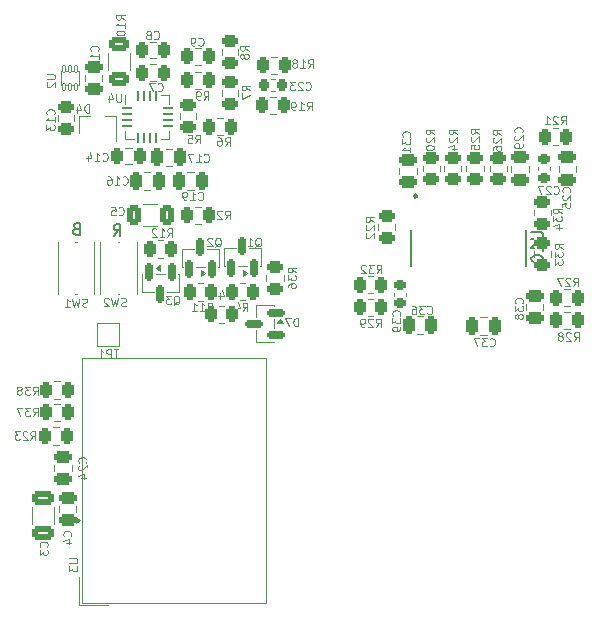
<source format=gbo>
G04 #@! TF.GenerationSoftware,KiCad,Pcbnew,9.0.5*
G04 #@! TF.CreationDate,2026-01-02T14:21:27+01:00*
G04 #@! TF.ProjectId,peak-ignitor-box,7065616b-2d69-4676-9e69-746f722d626f,rev?*
G04 #@! TF.SameCoordinates,Original*
G04 #@! TF.FileFunction,Legend,Bot*
G04 #@! TF.FilePolarity,Positive*
%FSLAX46Y46*%
G04 Gerber Fmt 4.6, Leading zero omitted, Abs format (unit mm)*
G04 Created by KiCad (PCBNEW 9.0.5) date 2026-01-02 14:21:27*
%MOMM*%
%LPD*%
G01*
G04 APERTURE LIST*
G04 Aperture macros list*
%AMRoundRect*
0 Rectangle with rounded corners*
0 $1 Rounding radius*
0 $2 $3 $4 $5 $6 $7 $8 $9 X,Y pos of 4 corners*
0 Add a 4 corners polygon primitive as box body*
4,1,4,$2,$3,$4,$5,$6,$7,$8,$9,$2,$3,0*
0 Add four circle primitives for the rounded corners*
1,1,$1+$1,$2,$3*
1,1,$1+$1,$4,$5*
1,1,$1+$1,$6,$7*
1,1,$1+$1,$8,$9*
0 Add four rect primitives between the rounded corners*
20,1,$1+$1,$2,$3,$4,$5,0*
20,1,$1+$1,$4,$5,$6,$7,0*
20,1,$1+$1,$6,$7,$8,$9,0*
20,1,$1+$1,$8,$9,$2,$3,0*%
%AMOutline5P*
0 Free polygon, 5 corners , with rotation*
0 The origin of the aperture is its center*
0 number of corners: always 5*
0 $1 to $10 corner X, Y*
0 $11 Rotation angle, in degrees counterclockwise*
0 create outline with 5 corners*
4,1,5,$1,$2,$3,$4,$5,$6,$7,$8,$9,$10,$1,$2,$11*%
%AMOutline6P*
0 Free polygon, 6 corners , with rotation*
0 The origin of the aperture is its center*
0 number of corners: always 6*
0 $1 to $12 corner X, Y*
0 $13 Rotation angle, in degrees counterclockwise*
0 create outline with 6 corners*
4,1,6,$1,$2,$3,$4,$5,$6,$7,$8,$9,$10,$11,$12,$1,$2,$13*%
%AMOutline7P*
0 Free polygon, 7 corners , with rotation*
0 The origin of the aperture is its center*
0 number of corners: always 7*
0 $1 to $14 corner X, Y*
0 $15 Rotation angle, in degrees counterclockwise*
0 create outline with 7 corners*
4,1,7,$1,$2,$3,$4,$5,$6,$7,$8,$9,$10,$11,$12,$13,$14,$1,$2,$15*%
%AMOutline8P*
0 Free polygon, 8 corners , with rotation*
0 The origin of the aperture is its center*
0 number of corners: always 8*
0 $1 to $16 corner X, Y*
0 $17 Rotation angle, in degrees counterclockwise*
0 create outline with 8 corners*
4,1,8,$1,$2,$3,$4,$5,$6,$7,$8,$9,$10,$11,$12,$13,$14,$15,$16,$1,$2,$17*%
G04 Aperture macros list end*
%ADD10C,0.150000*%
%ADD11C,0.100000*%
%ADD12C,0.120000*%
%ADD13C,0.250000*%
%ADD14R,1.700000X1.700000*%
%ADD15C,1.700000*%
%ADD16C,2.780000*%
%ADD17C,2.000000*%
%ADD18C,3.400000*%
%ADD19RoundRect,0.062500X-0.062500X0.337500X-0.062500X-0.337500X0.062500X-0.337500X0.062500X0.337500X0*%
%ADD20RoundRect,0.062500X-0.337500X0.062500X-0.337500X-0.062500X0.337500X-0.062500X0.337500X0.062500X0*%
%ADD21R,2.140000X2.140000*%
%ADD22RoundRect,0.243750X-0.456250X0.243750X-0.456250X-0.243750X0.456250X-0.243750X0.456250X0.243750X0*%
%ADD23RoundRect,0.243750X0.243750X0.456250X-0.243750X0.456250X-0.243750X-0.456250X0.243750X-0.456250X0*%
%ADD24RoundRect,0.243750X-0.243750X-0.456250X0.243750X-0.456250X0.243750X0.456250X-0.243750X0.456250X0*%
%ADD25RoundRect,0.218750X0.218750X0.256250X-0.218750X0.256250X-0.218750X-0.256250X0.218750X-0.256250X0*%
%ADD26R,0.800000X0.900000*%
%ADD27RoundRect,0.243750X0.456250X-0.243750X0.456250X0.243750X-0.456250X0.243750X-0.456250X-0.243750X0*%
%ADD28RoundRect,0.250000X-0.625000X0.312500X-0.625000X-0.312500X0.625000X-0.312500X0.625000X0.312500X0*%
%ADD29RoundRect,0.250000X0.375000X0.625000X-0.375000X0.625000X-0.375000X-0.625000X0.375000X-0.625000X0*%
%ADD30RoundRect,0.250000X-0.250000X-0.475000X0.250000X-0.475000X0.250000X0.475000X-0.250000X0.475000X0*%
%ADD31RoundRect,0.250000X0.250000X0.475000X-0.250000X0.475000X-0.250000X-0.475000X0.250000X-0.475000X0*%
%ADD32RoundRect,0.250000X0.450000X-0.262500X0.450000X0.262500X-0.450000X0.262500X-0.450000X-0.262500X0*%
%ADD33RoundRect,0.250000X-0.262500X-0.450000X0.262500X-0.450000X0.262500X0.450000X-0.262500X0.450000X0*%
%ADD34R,1.000000X0.900000*%
%ADD35RoundRect,0.150000X0.150000X-0.587500X0.150000X0.587500X-0.150000X0.587500X-0.150000X-0.587500X0*%
%ADD36RoundRect,0.050000X-0.100000X0.285000X-0.100000X-0.285000X0.100000X-0.285000X0.100000X0.285000X0*%
%ADD37RoundRect,0.250000X-0.475000X0.250000X-0.475000X-0.250000X0.475000X-0.250000X0.475000X0.250000X0*%
%ADD38RoundRect,0.250000X0.475000X-0.250000X0.475000X0.250000X-0.475000X0.250000X-0.475000X-0.250000X0*%
%ADD39RoundRect,0.250000X0.262500X0.450000X-0.262500X0.450000X-0.262500X-0.450000X0.262500X-0.450000X0*%
%ADD40RoundRect,0.250000X-0.650000X0.325000X-0.650000X-0.325000X0.650000X-0.325000X0.650000X0.325000X0*%
%ADD41RoundRect,0.150000X-0.150000X0.587500X-0.150000X-0.587500X0.150000X-0.587500X0.150000X0.587500X0*%
%ADD42R,0.800000X0.400000*%
%ADD43R,0.400000X0.800000*%
%ADD44R,1.200000X1.200000*%
%ADD45Outline5P,-0.600000X0.600000X0.600000X0.600000X0.600000X-0.600000X-0.204000X-0.600000X-0.600000X-0.204000X0.000000*%
%ADD46R,0.800000X0.800000*%
%ADD47RoundRect,0.225000X0.250000X-0.225000X0.250000X0.225000X-0.250000X0.225000X-0.250000X-0.225000X0*%
%ADD48RoundRect,0.150000X0.587500X0.150000X-0.587500X0.150000X-0.587500X-0.150000X0.587500X-0.150000X0*%
%ADD49R,1.500000X1.500000*%
%ADD50RoundRect,0.225000X-0.250000X0.225000X-0.250000X-0.225000X0.250000X-0.225000X0.250000X0.225000X0*%
%ADD51R,0.312473X1.955432*%
%ADD52R,4.700001X2.899999*%
G04 APERTURE END LIST*
D10*
X109191792Y-92369819D02*
X109525125Y-91893628D01*
X109763220Y-92369819D02*
X109763220Y-91369819D01*
X109763220Y-91369819D02*
X109382268Y-91369819D01*
X109382268Y-91369819D02*
X109287030Y-91417438D01*
X109287030Y-91417438D02*
X109239411Y-91465057D01*
X109239411Y-91465057D02*
X109191792Y-91560295D01*
X109191792Y-91560295D02*
X109191792Y-91703152D01*
X109191792Y-91703152D02*
X109239411Y-91798390D01*
X109239411Y-91798390D02*
X109287030Y-91846009D01*
X109287030Y-91846009D02*
X109382268Y-91893628D01*
X109382268Y-91893628D02*
X109763220Y-91893628D01*
X106029887Y-91746009D02*
X105887030Y-91793628D01*
X105887030Y-91793628D02*
X105839411Y-91841247D01*
X105839411Y-91841247D02*
X105791792Y-91936485D01*
X105791792Y-91936485D02*
X105791792Y-92079342D01*
X105791792Y-92079342D02*
X105839411Y-92174580D01*
X105839411Y-92174580D02*
X105887030Y-92222200D01*
X105887030Y-92222200D02*
X105982268Y-92269819D01*
X105982268Y-92269819D02*
X106363220Y-92269819D01*
X106363220Y-92269819D02*
X106363220Y-91269819D01*
X106363220Y-91269819D02*
X106029887Y-91269819D01*
X106029887Y-91269819D02*
X105934649Y-91317438D01*
X105934649Y-91317438D02*
X105887030Y-91365057D01*
X105887030Y-91365057D02*
X105839411Y-91460295D01*
X105839411Y-91460295D02*
X105839411Y-91555533D01*
X105839411Y-91555533D02*
X105887030Y-91650771D01*
X105887030Y-91650771D02*
X105934649Y-91698390D01*
X105934649Y-91698390D02*
X106029887Y-91746009D01*
X106029887Y-91746009D02*
X106363220Y-91746009D01*
D11*
X109833333Y-80318633D02*
X109833333Y-80885300D01*
X109833333Y-80885300D02*
X109800000Y-80951966D01*
X109800000Y-80951966D02*
X109766666Y-80985300D01*
X109766666Y-80985300D02*
X109700000Y-81018633D01*
X109700000Y-81018633D02*
X109566666Y-81018633D01*
X109566666Y-81018633D02*
X109500000Y-80985300D01*
X109500000Y-80985300D02*
X109466666Y-80951966D01*
X109466666Y-80951966D02*
X109433333Y-80885300D01*
X109433333Y-80885300D02*
X109433333Y-80318633D01*
X108800000Y-80551966D02*
X108800000Y-81018633D01*
X108966667Y-80285300D02*
X109133333Y-80785300D01*
X109133333Y-80785300D02*
X108700000Y-80785300D01*
X120618633Y-76683333D02*
X120285300Y-76450000D01*
X120618633Y-76283333D02*
X119918633Y-76283333D01*
X119918633Y-76283333D02*
X119918633Y-76550000D01*
X119918633Y-76550000D02*
X119951966Y-76616667D01*
X119951966Y-76616667D02*
X119985300Y-76650000D01*
X119985300Y-76650000D02*
X120051966Y-76683333D01*
X120051966Y-76683333D02*
X120151966Y-76683333D01*
X120151966Y-76683333D02*
X120218633Y-76650000D01*
X120218633Y-76650000D02*
X120251966Y-76616667D01*
X120251966Y-76616667D02*
X120285300Y-76550000D01*
X120285300Y-76550000D02*
X120285300Y-76283333D01*
X120218633Y-77083333D02*
X120185300Y-77016667D01*
X120185300Y-77016667D02*
X120151966Y-76983333D01*
X120151966Y-76983333D02*
X120085300Y-76950000D01*
X120085300Y-76950000D02*
X120051966Y-76950000D01*
X120051966Y-76950000D02*
X119985300Y-76983333D01*
X119985300Y-76983333D02*
X119951966Y-77016667D01*
X119951966Y-77016667D02*
X119918633Y-77083333D01*
X119918633Y-77083333D02*
X119918633Y-77216667D01*
X119918633Y-77216667D02*
X119951966Y-77283333D01*
X119951966Y-77283333D02*
X119985300Y-77316667D01*
X119985300Y-77316667D02*
X120051966Y-77350000D01*
X120051966Y-77350000D02*
X120085300Y-77350000D01*
X120085300Y-77350000D02*
X120151966Y-77316667D01*
X120151966Y-77316667D02*
X120185300Y-77283333D01*
X120185300Y-77283333D02*
X120218633Y-77216667D01*
X120218633Y-77216667D02*
X120218633Y-77083333D01*
X120218633Y-77083333D02*
X120251966Y-77016667D01*
X120251966Y-77016667D02*
X120285300Y-76983333D01*
X120285300Y-76983333D02*
X120351966Y-76950000D01*
X120351966Y-76950000D02*
X120485300Y-76950000D01*
X120485300Y-76950000D02*
X120551966Y-76983333D01*
X120551966Y-76983333D02*
X120585300Y-77016667D01*
X120585300Y-77016667D02*
X120618633Y-77083333D01*
X120618633Y-77083333D02*
X120618633Y-77216667D01*
X120618633Y-77216667D02*
X120585300Y-77283333D01*
X120585300Y-77283333D02*
X120551966Y-77316667D01*
X120551966Y-77316667D02*
X120485300Y-77350000D01*
X120485300Y-77350000D02*
X120351966Y-77350000D01*
X120351966Y-77350000D02*
X120285300Y-77316667D01*
X120285300Y-77316667D02*
X120251966Y-77283333D01*
X120251966Y-77283333D02*
X120218633Y-77216667D01*
X112616666Y-75651966D02*
X112649999Y-75685300D01*
X112649999Y-75685300D02*
X112749999Y-75718633D01*
X112749999Y-75718633D02*
X112816666Y-75718633D01*
X112816666Y-75718633D02*
X112916666Y-75685300D01*
X112916666Y-75685300D02*
X112983333Y-75618633D01*
X112983333Y-75618633D02*
X113016666Y-75551966D01*
X113016666Y-75551966D02*
X113049999Y-75418633D01*
X113049999Y-75418633D02*
X113049999Y-75318633D01*
X113049999Y-75318633D02*
X113016666Y-75185300D01*
X113016666Y-75185300D02*
X112983333Y-75118633D01*
X112983333Y-75118633D02*
X112916666Y-75051966D01*
X112916666Y-75051966D02*
X112816666Y-75018633D01*
X112816666Y-75018633D02*
X112749999Y-75018633D01*
X112749999Y-75018633D02*
X112649999Y-75051966D01*
X112649999Y-75051966D02*
X112616666Y-75085300D01*
X112216666Y-75318633D02*
X112283333Y-75285300D01*
X112283333Y-75285300D02*
X112316666Y-75251966D01*
X112316666Y-75251966D02*
X112349999Y-75185300D01*
X112349999Y-75185300D02*
X112349999Y-75151966D01*
X112349999Y-75151966D02*
X112316666Y-75085300D01*
X112316666Y-75085300D02*
X112283333Y-75051966D01*
X112283333Y-75051966D02*
X112216666Y-75018633D01*
X112216666Y-75018633D02*
X112083333Y-75018633D01*
X112083333Y-75018633D02*
X112016666Y-75051966D01*
X112016666Y-75051966D02*
X111983333Y-75085300D01*
X111983333Y-75085300D02*
X111949999Y-75151966D01*
X111949999Y-75151966D02*
X111949999Y-75185300D01*
X111949999Y-75185300D02*
X111983333Y-75251966D01*
X111983333Y-75251966D02*
X112016666Y-75285300D01*
X112016666Y-75285300D02*
X112083333Y-75318633D01*
X112083333Y-75318633D02*
X112216666Y-75318633D01*
X112216666Y-75318633D02*
X112283333Y-75351966D01*
X112283333Y-75351966D02*
X112316666Y-75385300D01*
X112316666Y-75385300D02*
X112349999Y-75451966D01*
X112349999Y-75451966D02*
X112349999Y-75585300D01*
X112349999Y-75585300D02*
X112316666Y-75651966D01*
X112316666Y-75651966D02*
X112283333Y-75685300D01*
X112283333Y-75685300D02*
X112216666Y-75718633D01*
X112216666Y-75718633D02*
X112083333Y-75718633D01*
X112083333Y-75718633D02*
X112016666Y-75685300D01*
X112016666Y-75685300D02*
X111983333Y-75651966D01*
X111983333Y-75651966D02*
X111949999Y-75585300D01*
X111949999Y-75585300D02*
X111949999Y-75451966D01*
X111949999Y-75451966D02*
X111983333Y-75385300D01*
X111983333Y-75385300D02*
X112016666Y-75351966D01*
X112016666Y-75351966D02*
X112083333Y-75318633D01*
X125550000Y-81718633D02*
X125783333Y-81385300D01*
X125950000Y-81718633D02*
X125950000Y-81018633D01*
X125950000Y-81018633D02*
X125683333Y-81018633D01*
X125683333Y-81018633D02*
X125616667Y-81051966D01*
X125616667Y-81051966D02*
X125583333Y-81085300D01*
X125583333Y-81085300D02*
X125550000Y-81151966D01*
X125550000Y-81151966D02*
X125550000Y-81251966D01*
X125550000Y-81251966D02*
X125583333Y-81318633D01*
X125583333Y-81318633D02*
X125616667Y-81351966D01*
X125616667Y-81351966D02*
X125683333Y-81385300D01*
X125683333Y-81385300D02*
X125950000Y-81385300D01*
X124883333Y-81718633D02*
X125283333Y-81718633D01*
X125083333Y-81718633D02*
X125083333Y-81018633D01*
X125083333Y-81018633D02*
X125150000Y-81118633D01*
X125150000Y-81118633D02*
X125216667Y-81185300D01*
X125216667Y-81185300D02*
X125283333Y-81218633D01*
X124550000Y-81718633D02*
X124416666Y-81718633D01*
X124416666Y-81718633D02*
X124350000Y-81685300D01*
X124350000Y-81685300D02*
X124316666Y-81651966D01*
X124316666Y-81651966D02*
X124250000Y-81551966D01*
X124250000Y-81551966D02*
X124216666Y-81418633D01*
X124216666Y-81418633D02*
X124216666Y-81151966D01*
X124216666Y-81151966D02*
X124250000Y-81085300D01*
X124250000Y-81085300D02*
X124283333Y-81051966D01*
X124283333Y-81051966D02*
X124350000Y-81018633D01*
X124350000Y-81018633D02*
X124483333Y-81018633D01*
X124483333Y-81018633D02*
X124550000Y-81051966D01*
X124550000Y-81051966D02*
X124583333Y-81085300D01*
X124583333Y-81085300D02*
X124616666Y-81151966D01*
X124616666Y-81151966D02*
X124616666Y-81318633D01*
X124616666Y-81318633D02*
X124583333Y-81385300D01*
X124583333Y-81385300D02*
X124550000Y-81418633D01*
X124550000Y-81418633D02*
X124483333Y-81451966D01*
X124483333Y-81451966D02*
X124350000Y-81451966D01*
X124350000Y-81451966D02*
X124283333Y-81418633D01*
X124283333Y-81418633D02*
X124250000Y-81385300D01*
X124250000Y-81385300D02*
X124216666Y-81318633D01*
X116366666Y-76201966D02*
X116399999Y-76235300D01*
X116399999Y-76235300D02*
X116499999Y-76268633D01*
X116499999Y-76268633D02*
X116566666Y-76268633D01*
X116566666Y-76268633D02*
X116666666Y-76235300D01*
X116666666Y-76235300D02*
X116733333Y-76168633D01*
X116733333Y-76168633D02*
X116766666Y-76101966D01*
X116766666Y-76101966D02*
X116799999Y-75968633D01*
X116799999Y-75968633D02*
X116799999Y-75868633D01*
X116799999Y-75868633D02*
X116766666Y-75735300D01*
X116766666Y-75735300D02*
X116733333Y-75668633D01*
X116733333Y-75668633D02*
X116666666Y-75601966D01*
X116666666Y-75601966D02*
X116566666Y-75568633D01*
X116566666Y-75568633D02*
X116499999Y-75568633D01*
X116499999Y-75568633D02*
X116399999Y-75601966D01*
X116399999Y-75601966D02*
X116366666Y-75635300D01*
X116033333Y-76268633D02*
X115899999Y-76268633D01*
X115899999Y-76268633D02*
X115833333Y-76235300D01*
X115833333Y-76235300D02*
X115799999Y-76201966D01*
X115799999Y-76201966D02*
X115733333Y-76101966D01*
X115733333Y-76101966D02*
X115699999Y-75968633D01*
X115699999Y-75968633D02*
X115699999Y-75701966D01*
X115699999Y-75701966D02*
X115733333Y-75635300D01*
X115733333Y-75635300D02*
X115766666Y-75601966D01*
X115766666Y-75601966D02*
X115833333Y-75568633D01*
X115833333Y-75568633D02*
X115966666Y-75568633D01*
X115966666Y-75568633D02*
X116033333Y-75601966D01*
X116033333Y-75601966D02*
X116066666Y-75635300D01*
X116066666Y-75635300D02*
X116099999Y-75701966D01*
X116099999Y-75701966D02*
X116099999Y-75868633D01*
X116099999Y-75868633D02*
X116066666Y-75935300D01*
X116066666Y-75935300D02*
X116033333Y-75968633D01*
X116033333Y-75968633D02*
X115966666Y-76001966D01*
X115966666Y-76001966D02*
X115833333Y-76001966D01*
X115833333Y-76001966D02*
X115766666Y-75968633D01*
X115766666Y-75968633D02*
X115733333Y-75935300D01*
X115733333Y-75935300D02*
X115699999Y-75868633D01*
X116116666Y-84518633D02*
X116349999Y-84185300D01*
X116516666Y-84518633D02*
X116516666Y-83818633D01*
X116516666Y-83818633D02*
X116249999Y-83818633D01*
X116249999Y-83818633D02*
X116183333Y-83851966D01*
X116183333Y-83851966D02*
X116149999Y-83885300D01*
X116149999Y-83885300D02*
X116116666Y-83951966D01*
X116116666Y-83951966D02*
X116116666Y-84051966D01*
X116116666Y-84051966D02*
X116149999Y-84118633D01*
X116149999Y-84118633D02*
X116183333Y-84151966D01*
X116183333Y-84151966D02*
X116249999Y-84185300D01*
X116249999Y-84185300D02*
X116516666Y-84185300D01*
X115483333Y-83818633D02*
X115816666Y-83818633D01*
X115816666Y-83818633D02*
X115849999Y-84151966D01*
X115849999Y-84151966D02*
X115816666Y-84118633D01*
X115816666Y-84118633D02*
X115749999Y-84085300D01*
X115749999Y-84085300D02*
X115583333Y-84085300D01*
X115583333Y-84085300D02*
X115516666Y-84118633D01*
X115516666Y-84118633D02*
X115483333Y-84151966D01*
X115483333Y-84151966D02*
X115449999Y-84218633D01*
X115449999Y-84218633D02*
X115449999Y-84385300D01*
X115449999Y-84385300D02*
X115483333Y-84451966D01*
X115483333Y-84451966D02*
X115516666Y-84485300D01*
X115516666Y-84485300D02*
X115583333Y-84518633D01*
X115583333Y-84518633D02*
X115749999Y-84518633D01*
X115749999Y-84518633D02*
X115816666Y-84485300D01*
X115816666Y-84485300D02*
X115849999Y-84451966D01*
X116816666Y-80818633D02*
X117049999Y-80485300D01*
X117216666Y-80818633D02*
X117216666Y-80118633D01*
X117216666Y-80118633D02*
X116949999Y-80118633D01*
X116949999Y-80118633D02*
X116883333Y-80151966D01*
X116883333Y-80151966D02*
X116849999Y-80185300D01*
X116849999Y-80185300D02*
X116816666Y-80251966D01*
X116816666Y-80251966D02*
X116816666Y-80351966D01*
X116816666Y-80351966D02*
X116849999Y-80418633D01*
X116849999Y-80418633D02*
X116883333Y-80451966D01*
X116883333Y-80451966D02*
X116949999Y-80485300D01*
X116949999Y-80485300D02*
X117216666Y-80485300D01*
X116483333Y-80818633D02*
X116349999Y-80818633D01*
X116349999Y-80818633D02*
X116283333Y-80785300D01*
X116283333Y-80785300D02*
X116249999Y-80751966D01*
X116249999Y-80751966D02*
X116183333Y-80651966D01*
X116183333Y-80651966D02*
X116149999Y-80518633D01*
X116149999Y-80518633D02*
X116149999Y-80251966D01*
X116149999Y-80251966D02*
X116183333Y-80185300D01*
X116183333Y-80185300D02*
X116216666Y-80151966D01*
X116216666Y-80151966D02*
X116283333Y-80118633D01*
X116283333Y-80118633D02*
X116416666Y-80118633D01*
X116416666Y-80118633D02*
X116483333Y-80151966D01*
X116483333Y-80151966D02*
X116516666Y-80185300D01*
X116516666Y-80185300D02*
X116549999Y-80251966D01*
X116549999Y-80251966D02*
X116549999Y-80418633D01*
X116549999Y-80418633D02*
X116516666Y-80485300D01*
X116516666Y-80485300D02*
X116483333Y-80518633D01*
X116483333Y-80518633D02*
X116416666Y-80551966D01*
X116416666Y-80551966D02*
X116283333Y-80551966D01*
X116283333Y-80551966D02*
X116216666Y-80518633D01*
X116216666Y-80518633D02*
X116183333Y-80485300D01*
X116183333Y-80485300D02*
X116149999Y-80418633D01*
X125450000Y-79951966D02*
X125483333Y-79985300D01*
X125483333Y-79985300D02*
X125583333Y-80018633D01*
X125583333Y-80018633D02*
X125650000Y-80018633D01*
X125650000Y-80018633D02*
X125750000Y-79985300D01*
X125750000Y-79985300D02*
X125816667Y-79918633D01*
X125816667Y-79918633D02*
X125850000Y-79851966D01*
X125850000Y-79851966D02*
X125883333Y-79718633D01*
X125883333Y-79718633D02*
X125883333Y-79618633D01*
X125883333Y-79618633D02*
X125850000Y-79485300D01*
X125850000Y-79485300D02*
X125816667Y-79418633D01*
X125816667Y-79418633D02*
X125750000Y-79351966D01*
X125750000Y-79351966D02*
X125650000Y-79318633D01*
X125650000Y-79318633D02*
X125583333Y-79318633D01*
X125583333Y-79318633D02*
X125483333Y-79351966D01*
X125483333Y-79351966D02*
X125450000Y-79385300D01*
X125183333Y-79385300D02*
X125150000Y-79351966D01*
X125150000Y-79351966D02*
X125083333Y-79318633D01*
X125083333Y-79318633D02*
X124916667Y-79318633D01*
X124916667Y-79318633D02*
X124850000Y-79351966D01*
X124850000Y-79351966D02*
X124816667Y-79385300D01*
X124816667Y-79385300D02*
X124783333Y-79451966D01*
X124783333Y-79451966D02*
X124783333Y-79518633D01*
X124783333Y-79518633D02*
X124816667Y-79618633D01*
X124816667Y-79618633D02*
X125216667Y-80018633D01*
X125216667Y-80018633D02*
X124783333Y-80018633D01*
X124550000Y-79318633D02*
X124116666Y-79318633D01*
X124116666Y-79318633D02*
X124350000Y-79585300D01*
X124350000Y-79585300D02*
X124250000Y-79585300D01*
X124250000Y-79585300D02*
X124183333Y-79618633D01*
X124183333Y-79618633D02*
X124150000Y-79651966D01*
X124150000Y-79651966D02*
X124116666Y-79718633D01*
X124116666Y-79718633D02*
X124116666Y-79885300D01*
X124116666Y-79885300D02*
X124150000Y-79951966D01*
X124150000Y-79951966D02*
X124183333Y-79985300D01*
X124183333Y-79985300D02*
X124250000Y-80018633D01*
X124250000Y-80018633D02*
X124450000Y-80018633D01*
X124450000Y-80018633D02*
X124516666Y-79985300D01*
X124516666Y-79985300D02*
X124550000Y-79951966D01*
X107116666Y-81918633D02*
X107116666Y-81218633D01*
X107116666Y-81218633D02*
X106949999Y-81218633D01*
X106949999Y-81218633D02*
X106849999Y-81251966D01*
X106849999Y-81251966D02*
X106783333Y-81318633D01*
X106783333Y-81318633D02*
X106749999Y-81385300D01*
X106749999Y-81385300D02*
X106716666Y-81518633D01*
X106716666Y-81518633D02*
X106716666Y-81618633D01*
X106716666Y-81618633D02*
X106749999Y-81751966D01*
X106749999Y-81751966D02*
X106783333Y-81818633D01*
X106783333Y-81818633D02*
X106849999Y-81885300D01*
X106849999Y-81885300D02*
X106949999Y-81918633D01*
X106949999Y-81918633D02*
X107116666Y-81918633D01*
X106116666Y-81451966D02*
X106116666Y-81918633D01*
X106283333Y-81185300D02*
X106449999Y-81685300D01*
X106449999Y-81685300D02*
X106016666Y-81685300D01*
X108250000Y-85951966D02*
X108283333Y-85985300D01*
X108283333Y-85985300D02*
X108383333Y-86018633D01*
X108383333Y-86018633D02*
X108450000Y-86018633D01*
X108450000Y-86018633D02*
X108550000Y-85985300D01*
X108550000Y-85985300D02*
X108616667Y-85918633D01*
X108616667Y-85918633D02*
X108650000Y-85851966D01*
X108650000Y-85851966D02*
X108683333Y-85718633D01*
X108683333Y-85718633D02*
X108683333Y-85618633D01*
X108683333Y-85618633D02*
X108650000Y-85485300D01*
X108650000Y-85485300D02*
X108616667Y-85418633D01*
X108616667Y-85418633D02*
X108550000Y-85351966D01*
X108550000Y-85351966D02*
X108450000Y-85318633D01*
X108450000Y-85318633D02*
X108383333Y-85318633D01*
X108383333Y-85318633D02*
X108283333Y-85351966D01*
X108283333Y-85351966D02*
X108250000Y-85385300D01*
X107583333Y-86018633D02*
X107983333Y-86018633D01*
X107783333Y-86018633D02*
X107783333Y-85318633D01*
X107783333Y-85318633D02*
X107850000Y-85418633D01*
X107850000Y-85418633D02*
X107916667Y-85485300D01*
X107916667Y-85485300D02*
X107983333Y-85518633D01*
X106983333Y-85551966D02*
X106983333Y-86018633D01*
X107150000Y-85285300D02*
X107316666Y-85785300D01*
X107316666Y-85785300D02*
X106883333Y-85785300D01*
X118616666Y-84718633D02*
X118849999Y-84385300D01*
X119016666Y-84718633D02*
X119016666Y-84018633D01*
X119016666Y-84018633D02*
X118749999Y-84018633D01*
X118749999Y-84018633D02*
X118683333Y-84051966D01*
X118683333Y-84051966D02*
X118649999Y-84085300D01*
X118649999Y-84085300D02*
X118616666Y-84151966D01*
X118616666Y-84151966D02*
X118616666Y-84251966D01*
X118616666Y-84251966D02*
X118649999Y-84318633D01*
X118649999Y-84318633D02*
X118683333Y-84351966D01*
X118683333Y-84351966D02*
X118749999Y-84385300D01*
X118749999Y-84385300D02*
X119016666Y-84385300D01*
X118016666Y-84018633D02*
X118149999Y-84018633D01*
X118149999Y-84018633D02*
X118216666Y-84051966D01*
X118216666Y-84051966D02*
X118249999Y-84085300D01*
X118249999Y-84085300D02*
X118316666Y-84185300D01*
X118316666Y-84185300D02*
X118349999Y-84318633D01*
X118349999Y-84318633D02*
X118349999Y-84585300D01*
X118349999Y-84585300D02*
X118316666Y-84651966D01*
X118316666Y-84651966D02*
X118283333Y-84685300D01*
X118283333Y-84685300D02*
X118216666Y-84718633D01*
X118216666Y-84718633D02*
X118083333Y-84718633D01*
X118083333Y-84718633D02*
X118016666Y-84685300D01*
X118016666Y-84685300D02*
X117983333Y-84651966D01*
X117983333Y-84651966D02*
X117949999Y-84585300D01*
X117949999Y-84585300D02*
X117949999Y-84418633D01*
X117949999Y-84418633D02*
X117983333Y-84351966D01*
X117983333Y-84351966D02*
X118016666Y-84318633D01*
X118016666Y-84318633D02*
X118083333Y-84285300D01*
X118083333Y-84285300D02*
X118216666Y-84285300D01*
X118216666Y-84285300D02*
X118283333Y-84318633D01*
X118283333Y-84318633D02*
X118316666Y-84351966D01*
X118316666Y-84351966D02*
X118349999Y-84418633D01*
X120718633Y-80033333D02*
X120385300Y-79800000D01*
X120718633Y-79633333D02*
X120018633Y-79633333D01*
X120018633Y-79633333D02*
X120018633Y-79900000D01*
X120018633Y-79900000D02*
X120051966Y-79966667D01*
X120051966Y-79966667D02*
X120085300Y-80000000D01*
X120085300Y-80000000D02*
X120151966Y-80033333D01*
X120151966Y-80033333D02*
X120251966Y-80033333D01*
X120251966Y-80033333D02*
X120318633Y-80000000D01*
X120318633Y-80000000D02*
X120351966Y-79966667D01*
X120351966Y-79966667D02*
X120385300Y-79900000D01*
X120385300Y-79900000D02*
X120385300Y-79633333D01*
X120018633Y-80266667D02*
X120018633Y-80733333D01*
X120018633Y-80733333D02*
X120718633Y-80433333D01*
X125650000Y-78118633D02*
X125883333Y-77785300D01*
X126050000Y-78118633D02*
X126050000Y-77418633D01*
X126050000Y-77418633D02*
X125783333Y-77418633D01*
X125783333Y-77418633D02*
X125716667Y-77451966D01*
X125716667Y-77451966D02*
X125683333Y-77485300D01*
X125683333Y-77485300D02*
X125650000Y-77551966D01*
X125650000Y-77551966D02*
X125650000Y-77651966D01*
X125650000Y-77651966D02*
X125683333Y-77718633D01*
X125683333Y-77718633D02*
X125716667Y-77751966D01*
X125716667Y-77751966D02*
X125783333Y-77785300D01*
X125783333Y-77785300D02*
X126050000Y-77785300D01*
X124983333Y-78118633D02*
X125383333Y-78118633D01*
X125183333Y-78118633D02*
X125183333Y-77418633D01*
X125183333Y-77418633D02*
X125250000Y-77518633D01*
X125250000Y-77518633D02*
X125316667Y-77585300D01*
X125316667Y-77585300D02*
X125383333Y-77618633D01*
X124583333Y-77718633D02*
X124650000Y-77685300D01*
X124650000Y-77685300D02*
X124683333Y-77651966D01*
X124683333Y-77651966D02*
X124716666Y-77585300D01*
X124716666Y-77585300D02*
X124716666Y-77551966D01*
X124716666Y-77551966D02*
X124683333Y-77485300D01*
X124683333Y-77485300D02*
X124650000Y-77451966D01*
X124650000Y-77451966D02*
X124583333Y-77418633D01*
X124583333Y-77418633D02*
X124450000Y-77418633D01*
X124450000Y-77418633D02*
X124383333Y-77451966D01*
X124383333Y-77451966D02*
X124350000Y-77485300D01*
X124350000Y-77485300D02*
X124316666Y-77551966D01*
X124316666Y-77551966D02*
X124316666Y-77585300D01*
X124316666Y-77585300D02*
X124350000Y-77651966D01*
X124350000Y-77651966D02*
X124383333Y-77685300D01*
X124383333Y-77685300D02*
X124450000Y-77718633D01*
X124450000Y-77718633D02*
X124583333Y-77718633D01*
X124583333Y-77718633D02*
X124650000Y-77751966D01*
X124650000Y-77751966D02*
X124683333Y-77785300D01*
X124683333Y-77785300D02*
X124716666Y-77851966D01*
X124716666Y-77851966D02*
X124716666Y-77985300D01*
X124716666Y-77985300D02*
X124683333Y-78051966D01*
X124683333Y-78051966D02*
X124650000Y-78085300D01*
X124650000Y-78085300D02*
X124583333Y-78118633D01*
X124583333Y-78118633D02*
X124450000Y-78118633D01*
X124450000Y-78118633D02*
X124383333Y-78085300D01*
X124383333Y-78085300D02*
X124350000Y-78051966D01*
X124350000Y-78051966D02*
X124316666Y-77985300D01*
X124316666Y-77985300D02*
X124316666Y-77851966D01*
X124316666Y-77851966D02*
X124350000Y-77785300D01*
X124350000Y-77785300D02*
X124383333Y-77751966D01*
X124383333Y-77751966D02*
X124450000Y-77718633D01*
X104137166Y-82063999D02*
X104170500Y-82030666D01*
X104170500Y-82030666D02*
X104203833Y-81930666D01*
X104203833Y-81930666D02*
X104203833Y-81863999D01*
X104203833Y-81863999D02*
X104170500Y-81763999D01*
X104170500Y-81763999D02*
X104103833Y-81697333D01*
X104103833Y-81697333D02*
X104037166Y-81663999D01*
X104037166Y-81663999D02*
X103903833Y-81630666D01*
X103903833Y-81630666D02*
X103803833Y-81630666D01*
X103803833Y-81630666D02*
X103670500Y-81663999D01*
X103670500Y-81663999D02*
X103603833Y-81697333D01*
X103603833Y-81697333D02*
X103537166Y-81763999D01*
X103537166Y-81763999D02*
X103503833Y-81863999D01*
X103503833Y-81863999D02*
X103503833Y-81930666D01*
X103503833Y-81930666D02*
X103537166Y-82030666D01*
X103537166Y-82030666D02*
X103570500Y-82063999D01*
X104203833Y-82730666D02*
X104203833Y-82330666D01*
X104203833Y-82530666D02*
X103503833Y-82530666D01*
X103503833Y-82530666D02*
X103603833Y-82463999D01*
X103603833Y-82463999D02*
X103670500Y-82397333D01*
X103670500Y-82397333D02*
X103703833Y-82330666D01*
X103503833Y-82964000D02*
X103503833Y-83397333D01*
X103503833Y-83397333D02*
X103770500Y-83164000D01*
X103770500Y-83164000D02*
X103770500Y-83264000D01*
X103770500Y-83264000D02*
X103803833Y-83330666D01*
X103803833Y-83330666D02*
X103837166Y-83364000D01*
X103837166Y-83364000D02*
X103903833Y-83397333D01*
X103903833Y-83397333D02*
X104070500Y-83397333D01*
X104070500Y-83397333D02*
X104137166Y-83364000D01*
X104137166Y-83364000D02*
X104170500Y-83330666D01*
X104170500Y-83330666D02*
X104203833Y-83264000D01*
X104203833Y-83264000D02*
X104203833Y-83064000D01*
X104203833Y-83064000D02*
X104170500Y-82997333D01*
X104170500Y-82997333D02*
X104137166Y-82964000D01*
X110118633Y-74049999D02*
X109785300Y-73816666D01*
X110118633Y-73649999D02*
X109418633Y-73649999D01*
X109418633Y-73649999D02*
X109418633Y-73916666D01*
X109418633Y-73916666D02*
X109451966Y-73983333D01*
X109451966Y-73983333D02*
X109485300Y-74016666D01*
X109485300Y-74016666D02*
X109551966Y-74049999D01*
X109551966Y-74049999D02*
X109651966Y-74049999D01*
X109651966Y-74049999D02*
X109718633Y-74016666D01*
X109718633Y-74016666D02*
X109751966Y-73983333D01*
X109751966Y-73983333D02*
X109785300Y-73916666D01*
X109785300Y-73916666D02*
X109785300Y-73649999D01*
X110118633Y-74716666D02*
X110118633Y-74316666D01*
X110118633Y-74516666D02*
X109418633Y-74516666D01*
X109418633Y-74516666D02*
X109518633Y-74449999D01*
X109518633Y-74449999D02*
X109585300Y-74383333D01*
X109585300Y-74383333D02*
X109618633Y-74316666D01*
X109418633Y-75150000D02*
X109418633Y-75216666D01*
X109418633Y-75216666D02*
X109451966Y-75283333D01*
X109451966Y-75283333D02*
X109485300Y-75316666D01*
X109485300Y-75316666D02*
X109551966Y-75350000D01*
X109551966Y-75350000D02*
X109685300Y-75383333D01*
X109685300Y-75383333D02*
X109851966Y-75383333D01*
X109851966Y-75383333D02*
X109985300Y-75350000D01*
X109985300Y-75350000D02*
X110051966Y-75316666D01*
X110051966Y-75316666D02*
X110085300Y-75283333D01*
X110085300Y-75283333D02*
X110118633Y-75216666D01*
X110118633Y-75216666D02*
X110118633Y-75150000D01*
X110118633Y-75150000D02*
X110085300Y-75083333D01*
X110085300Y-75083333D02*
X110051966Y-75050000D01*
X110051966Y-75050000D02*
X109985300Y-75016666D01*
X109985300Y-75016666D02*
X109851966Y-74983333D01*
X109851966Y-74983333D02*
X109685300Y-74983333D01*
X109685300Y-74983333D02*
X109551966Y-75016666D01*
X109551966Y-75016666D02*
X109485300Y-75050000D01*
X109485300Y-75050000D02*
X109451966Y-75083333D01*
X109451966Y-75083333D02*
X109418633Y-75150000D01*
X112916666Y-80051966D02*
X112949999Y-80085300D01*
X112949999Y-80085300D02*
X113049999Y-80118633D01*
X113049999Y-80118633D02*
X113116666Y-80118633D01*
X113116666Y-80118633D02*
X113216666Y-80085300D01*
X113216666Y-80085300D02*
X113283333Y-80018633D01*
X113283333Y-80018633D02*
X113316666Y-79951966D01*
X113316666Y-79951966D02*
X113349999Y-79818633D01*
X113349999Y-79818633D02*
X113349999Y-79718633D01*
X113349999Y-79718633D02*
X113316666Y-79585300D01*
X113316666Y-79585300D02*
X113283333Y-79518633D01*
X113283333Y-79518633D02*
X113216666Y-79451966D01*
X113216666Y-79451966D02*
X113116666Y-79418633D01*
X113116666Y-79418633D02*
X113049999Y-79418633D01*
X113049999Y-79418633D02*
X112949999Y-79451966D01*
X112949999Y-79451966D02*
X112916666Y-79485300D01*
X112683333Y-79418633D02*
X112216666Y-79418633D01*
X112216666Y-79418633D02*
X112516666Y-80118633D01*
X118616666Y-90918633D02*
X118849999Y-90585300D01*
X119016666Y-90918633D02*
X119016666Y-90218633D01*
X119016666Y-90218633D02*
X118749999Y-90218633D01*
X118749999Y-90218633D02*
X118683333Y-90251966D01*
X118683333Y-90251966D02*
X118649999Y-90285300D01*
X118649999Y-90285300D02*
X118616666Y-90351966D01*
X118616666Y-90351966D02*
X118616666Y-90451966D01*
X118616666Y-90451966D02*
X118649999Y-90518633D01*
X118649999Y-90518633D02*
X118683333Y-90551966D01*
X118683333Y-90551966D02*
X118749999Y-90585300D01*
X118749999Y-90585300D02*
X119016666Y-90585300D01*
X118349999Y-90285300D02*
X118316666Y-90251966D01*
X118316666Y-90251966D02*
X118249999Y-90218633D01*
X118249999Y-90218633D02*
X118083333Y-90218633D01*
X118083333Y-90218633D02*
X118016666Y-90251966D01*
X118016666Y-90251966D02*
X117983333Y-90285300D01*
X117983333Y-90285300D02*
X117949999Y-90351966D01*
X117949999Y-90351966D02*
X117949999Y-90418633D01*
X117949999Y-90418633D02*
X117983333Y-90518633D01*
X117983333Y-90518633D02*
X118383333Y-90918633D01*
X118383333Y-90918633D02*
X117949999Y-90918633D01*
X109616666Y-90551966D02*
X109649999Y-90585300D01*
X109649999Y-90585300D02*
X109749999Y-90618633D01*
X109749999Y-90618633D02*
X109816666Y-90618633D01*
X109816666Y-90618633D02*
X109916666Y-90585300D01*
X109916666Y-90585300D02*
X109983333Y-90518633D01*
X109983333Y-90518633D02*
X110016666Y-90451966D01*
X110016666Y-90451966D02*
X110049999Y-90318633D01*
X110049999Y-90318633D02*
X110049999Y-90218633D01*
X110049999Y-90218633D02*
X110016666Y-90085300D01*
X110016666Y-90085300D02*
X109983333Y-90018633D01*
X109983333Y-90018633D02*
X109916666Y-89951966D01*
X109916666Y-89951966D02*
X109816666Y-89918633D01*
X109816666Y-89918633D02*
X109749999Y-89918633D01*
X109749999Y-89918633D02*
X109649999Y-89951966D01*
X109649999Y-89951966D02*
X109616666Y-89985300D01*
X108983333Y-89918633D02*
X109316666Y-89918633D01*
X109316666Y-89918633D02*
X109349999Y-90251966D01*
X109349999Y-90251966D02*
X109316666Y-90218633D01*
X109316666Y-90218633D02*
X109249999Y-90185300D01*
X109249999Y-90185300D02*
X109083333Y-90185300D01*
X109083333Y-90185300D02*
X109016666Y-90218633D01*
X109016666Y-90218633D02*
X108983333Y-90251966D01*
X108983333Y-90251966D02*
X108949999Y-90318633D01*
X108949999Y-90318633D02*
X108949999Y-90485300D01*
X108949999Y-90485300D02*
X108983333Y-90551966D01*
X108983333Y-90551966D02*
X109016666Y-90585300D01*
X109016666Y-90585300D02*
X109083333Y-90618633D01*
X109083333Y-90618633D02*
X109249999Y-90618633D01*
X109249999Y-90618633D02*
X109316666Y-90585300D01*
X109316666Y-90585300D02*
X109349999Y-90551966D01*
X109950000Y-87951966D02*
X109983333Y-87985300D01*
X109983333Y-87985300D02*
X110083333Y-88018633D01*
X110083333Y-88018633D02*
X110150000Y-88018633D01*
X110150000Y-88018633D02*
X110250000Y-87985300D01*
X110250000Y-87985300D02*
X110316667Y-87918633D01*
X110316667Y-87918633D02*
X110350000Y-87851966D01*
X110350000Y-87851966D02*
X110383333Y-87718633D01*
X110383333Y-87718633D02*
X110383333Y-87618633D01*
X110383333Y-87618633D02*
X110350000Y-87485300D01*
X110350000Y-87485300D02*
X110316667Y-87418633D01*
X110316667Y-87418633D02*
X110250000Y-87351966D01*
X110250000Y-87351966D02*
X110150000Y-87318633D01*
X110150000Y-87318633D02*
X110083333Y-87318633D01*
X110083333Y-87318633D02*
X109983333Y-87351966D01*
X109983333Y-87351966D02*
X109950000Y-87385300D01*
X109283333Y-88018633D02*
X109683333Y-88018633D01*
X109483333Y-88018633D02*
X109483333Y-87318633D01*
X109483333Y-87318633D02*
X109550000Y-87418633D01*
X109550000Y-87418633D02*
X109616667Y-87485300D01*
X109616667Y-87485300D02*
X109683333Y-87518633D01*
X108683333Y-87318633D02*
X108816666Y-87318633D01*
X108816666Y-87318633D02*
X108883333Y-87351966D01*
X108883333Y-87351966D02*
X108916666Y-87385300D01*
X108916666Y-87385300D02*
X108983333Y-87485300D01*
X108983333Y-87485300D02*
X109016666Y-87618633D01*
X109016666Y-87618633D02*
X109016666Y-87885300D01*
X109016666Y-87885300D02*
X108983333Y-87951966D01*
X108983333Y-87951966D02*
X108950000Y-87985300D01*
X108950000Y-87985300D02*
X108883333Y-88018633D01*
X108883333Y-88018633D02*
X108750000Y-88018633D01*
X108750000Y-88018633D02*
X108683333Y-87985300D01*
X108683333Y-87985300D02*
X108650000Y-87951966D01*
X108650000Y-87951966D02*
X108616666Y-87885300D01*
X108616666Y-87885300D02*
X108616666Y-87718633D01*
X108616666Y-87718633D02*
X108650000Y-87651966D01*
X108650000Y-87651966D02*
X108683333Y-87618633D01*
X108683333Y-87618633D02*
X108750000Y-87585300D01*
X108750000Y-87585300D02*
X108883333Y-87585300D01*
X108883333Y-87585300D02*
X108950000Y-87618633D01*
X108950000Y-87618633D02*
X108983333Y-87651966D01*
X108983333Y-87651966D02*
X109016666Y-87718633D01*
X116850000Y-86051966D02*
X116883333Y-86085300D01*
X116883333Y-86085300D02*
X116983333Y-86118633D01*
X116983333Y-86118633D02*
X117050000Y-86118633D01*
X117050000Y-86118633D02*
X117150000Y-86085300D01*
X117150000Y-86085300D02*
X117216667Y-86018633D01*
X117216667Y-86018633D02*
X117250000Y-85951966D01*
X117250000Y-85951966D02*
X117283333Y-85818633D01*
X117283333Y-85818633D02*
X117283333Y-85718633D01*
X117283333Y-85718633D02*
X117250000Y-85585300D01*
X117250000Y-85585300D02*
X117216667Y-85518633D01*
X117216667Y-85518633D02*
X117150000Y-85451966D01*
X117150000Y-85451966D02*
X117050000Y-85418633D01*
X117050000Y-85418633D02*
X116983333Y-85418633D01*
X116983333Y-85418633D02*
X116883333Y-85451966D01*
X116883333Y-85451966D02*
X116850000Y-85485300D01*
X116183333Y-86118633D02*
X116583333Y-86118633D01*
X116383333Y-86118633D02*
X116383333Y-85418633D01*
X116383333Y-85418633D02*
X116450000Y-85518633D01*
X116450000Y-85518633D02*
X116516667Y-85585300D01*
X116516667Y-85585300D02*
X116583333Y-85618633D01*
X115950000Y-85418633D02*
X115483333Y-85418633D01*
X115483333Y-85418633D02*
X115783333Y-86118633D01*
X136318633Y-83749999D02*
X135985300Y-83516666D01*
X136318633Y-83349999D02*
X135618633Y-83349999D01*
X135618633Y-83349999D02*
X135618633Y-83616666D01*
X135618633Y-83616666D02*
X135651966Y-83683333D01*
X135651966Y-83683333D02*
X135685300Y-83716666D01*
X135685300Y-83716666D02*
X135751966Y-83749999D01*
X135751966Y-83749999D02*
X135851966Y-83749999D01*
X135851966Y-83749999D02*
X135918633Y-83716666D01*
X135918633Y-83716666D02*
X135951966Y-83683333D01*
X135951966Y-83683333D02*
X135985300Y-83616666D01*
X135985300Y-83616666D02*
X135985300Y-83349999D01*
X135685300Y-84016666D02*
X135651966Y-84049999D01*
X135651966Y-84049999D02*
X135618633Y-84116666D01*
X135618633Y-84116666D02*
X135618633Y-84283333D01*
X135618633Y-84283333D02*
X135651966Y-84349999D01*
X135651966Y-84349999D02*
X135685300Y-84383333D01*
X135685300Y-84383333D02*
X135751966Y-84416666D01*
X135751966Y-84416666D02*
X135818633Y-84416666D01*
X135818633Y-84416666D02*
X135918633Y-84383333D01*
X135918633Y-84383333D02*
X136318633Y-83983333D01*
X136318633Y-83983333D02*
X136318633Y-84416666D01*
X135618633Y-84850000D02*
X135618633Y-84916666D01*
X135618633Y-84916666D02*
X135651966Y-84983333D01*
X135651966Y-84983333D02*
X135685300Y-85016666D01*
X135685300Y-85016666D02*
X135751966Y-85050000D01*
X135751966Y-85050000D02*
X135885300Y-85083333D01*
X135885300Y-85083333D02*
X136051966Y-85083333D01*
X136051966Y-85083333D02*
X136185300Y-85050000D01*
X136185300Y-85050000D02*
X136251966Y-85016666D01*
X136251966Y-85016666D02*
X136285300Y-84983333D01*
X136285300Y-84983333D02*
X136318633Y-84916666D01*
X136318633Y-84916666D02*
X136318633Y-84850000D01*
X136318633Y-84850000D02*
X136285300Y-84783333D01*
X136285300Y-84783333D02*
X136251966Y-84750000D01*
X136251966Y-84750000D02*
X136185300Y-84716666D01*
X136185300Y-84716666D02*
X136051966Y-84683333D01*
X136051966Y-84683333D02*
X135885300Y-84683333D01*
X135885300Y-84683333D02*
X135751966Y-84716666D01*
X135751966Y-84716666D02*
X135685300Y-84750000D01*
X135685300Y-84750000D02*
X135651966Y-84783333D01*
X135651966Y-84783333D02*
X135618633Y-84850000D01*
X131400000Y-100068633D02*
X131633333Y-99735300D01*
X131800000Y-100068633D02*
X131800000Y-99368633D01*
X131800000Y-99368633D02*
X131533333Y-99368633D01*
X131533333Y-99368633D02*
X131466667Y-99401966D01*
X131466667Y-99401966D02*
X131433333Y-99435300D01*
X131433333Y-99435300D02*
X131400000Y-99501966D01*
X131400000Y-99501966D02*
X131400000Y-99601966D01*
X131400000Y-99601966D02*
X131433333Y-99668633D01*
X131433333Y-99668633D02*
X131466667Y-99701966D01*
X131466667Y-99701966D02*
X131533333Y-99735300D01*
X131533333Y-99735300D02*
X131800000Y-99735300D01*
X131133333Y-99435300D02*
X131100000Y-99401966D01*
X131100000Y-99401966D02*
X131033333Y-99368633D01*
X131033333Y-99368633D02*
X130866667Y-99368633D01*
X130866667Y-99368633D02*
X130800000Y-99401966D01*
X130800000Y-99401966D02*
X130766667Y-99435300D01*
X130766667Y-99435300D02*
X130733333Y-99501966D01*
X130733333Y-99501966D02*
X130733333Y-99568633D01*
X130733333Y-99568633D02*
X130766667Y-99668633D01*
X130766667Y-99668633D02*
X131166667Y-100068633D01*
X131166667Y-100068633D02*
X130733333Y-100068633D01*
X130400000Y-100068633D02*
X130266666Y-100068633D01*
X130266666Y-100068633D02*
X130200000Y-100035300D01*
X130200000Y-100035300D02*
X130166666Y-100001966D01*
X130166666Y-100001966D02*
X130100000Y-99901966D01*
X130100000Y-99901966D02*
X130066666Y-99768633D01*
X130066666Y-99768633D02*
X130066666Y-99501966D01*
X130066666Y-99501966D02*
X130100000Y-99435300D01*
X130100000Y-99435300D02*
X130133333Y-99401966D01*
X130133333Y-99401966D02*
X130200000Y-99368633D01*
X130200000Y-99368633D02*
X130333333Y-99368633D01*
X130333333Y-99368633D02*
X130400000Y-99401966D01*
X130400000Y-99401966D02*
X130433333Y-99435300D01*
X130433333Y-99435300D02*
X130466666Y-99501966D01*
X130466666Y-99501966D02*
X130466666Y-99668633D01*
X130466666Y-99668633D02*
X130433333Y-99735300D01*
X130433333Y-99735300D02*
X130400000Y-99768633D01*
X130400000Y-99768633D02*
X130333333Y-99801966D01*
X130333333Y-99801966D02*
X130200000Y-99801966D01*
X130200000Y-99801966D02*
X130133333Y-99768633D01*
X130133333Y-99768633D02*
X130100000Y-99735300D01*
X130100000Y-99735300D02*
X130066666Y-99668633D01*
X141050000Y-101651966D02*
X141083333Y-101685300D01*
X141083333Y-101685300D02*
X141183333Y-101718633D01*
X141183333Y-101718633D02*
X141250000Y-101718633D01*
X141250000Y-101718633D02*
X141350000Y-101685300D01*
X141350000Y-101685300D02*
X141416667Y-101618633D01*
X141416667Y-101618633D02*
X141450000Y-101551966D01*
X141450000Y-101551966D02*
X141483333Y-101418633D01*
X141483333Y-101418633D02*
X141483333Y-101318633D01*
X141483333Y-101318633D02*
X141450000Y-101185300D01*
X141450000Y-101185300D02*
X141416667Y-101118633D01*
X141416667Y-101118633D02*
X141350000Y-101051966D01*
X141350000Y-101051966D02*
X141250000Y-101018633D01*
X141250000Y-101018633D02*
X141183333Y-101018633D01*
X141183333Y-101018633D02*
X141083333Y-101051966D01*
X141083333Y-101051966D02*
X141050000Y-101085300D01*
X140816667Y-101018633D02*
X140383333Y-101018633D01*
X140383333Y-101018633D02*
X140616667Y-101285300D01*
X140616667Y-101285300D02*
X140516667Y-101285300D01*
X140516667Y-101285300D02*
X140450000Y-101318633D01*
X140450000Y-101318633D02*
X140416667Y-101351966D01*
X140416667Y-101351966D02*
X140383333Y-101418633D01*
X140383333Y-101418633D02*
X140383333Y-101585300D01*
X140383333Y-101585300D02*
X140416667Y-101651966D01*
X140416667Y-101651966D02*
X140450000Y-101685300D01*
X140450000Y-101685300D02*
X140516667Y-101718633D01*
X140516667Y-101718633D02*
X140716667Y-101718633D01*
X140716667Y-101718633D02*
X140783333Y-101685300D01*
X140783333Y-101685300D02*
X140816667Y-101651966D01*
X140150000Y-101018633D02*
X139683333Y-101018633D01*
X139683333Y-101018633D02*
X139983333Y-101718633D01*
X110233333Y-98285300D02*
X110133333Y-98318633D01*
X110133333Y-98318633D02*
X109966667Y-98318633D01*
X109966667Y-98318633D02*
X109900000Y-98285300D01*
X109900000Y-98285300D02*
X109866667Y-98251966D01*
X109866667Y-98251966D02*
X109833333Y-98185300D01*
X109833333Y-98185300D02*
X109833333Y-98118633D01*
X109833333Y-98118633D02*
X109866667Y-98051966D01*
X109866667Y-98051966D02*
X109900000Y-98018633D01*
X109900000Y-98018633D02*
X109966667Y-97985300D01*
X109966667Y-97985300D02*
X110100000Y-97951966D01*
X110100000Y-97951966D02*
X110166667Y-97918633D01*
X110166667Y-97918633D02*
X110200000Y-97885300D01*
X110200000Y-97885300D02*
X110233333Y-97818633D01*
X110233333Y-97818633D02*
X110233333Y-97751966D01*
X110233333Y-97751966D02*
X110200000Y-97685300D01*
X110200000Y-97685300D02*
X110166667Y-97651966D01*
X110166667Y-97651966D02*
X110100000Y-97618633D01*
X110100000Y-97618633D02*
X109933333Y-97618633D01*
X109933333Y-97618633D02*
X109833333Y-97651966D01*
X109600000Y-97618633D02*
X109433333Y-98318633D01*
X109433333Y-98318633D02*
X109300000Y-97818633D01*
X109300000Y-97818633D02*
X109166666Y-98318633D01*
X109166666Y-98318633D02*
X109000000Y-97618633D01*
X108766666Y-97685300D02*
X108733333Y-97651966D01*
X108733333Y-97651966D02*
X108666666Y-97618633D01*
X108666666Y-97618633D02*
X108500000Y-97618633D01*
X108500000Y-97618633D02*
X108433333Y-97651966D01*
X108433333Y-97651966D02*
X108400000Y-97685300D01*
X108400000Y-97685300D02*
X108366666Y-97751966D01*
X108366666Y-97751966D02*
X108366666Y-97818633D01*
X108366666Y-97818633D02*
X108400000Y-97918633D01*
X108400000Y-97918633D02*
X108800000Y-98318633D01*
X108800000Y-98318633D02*
X108366666Y-98318633D01*
X121166666Y-93285300D02*
X121233333Y-93251966D01*
X121233333Y-93251966D02*
X121300000Y-93185300D01*
X121300000Y-93185300D02*
X121400000Y-93085300D01*
X121400000Y-93085300D02*
X121466666Y-93051966D01*
X121466666Y-93051966D02*
X121533333Y-93051966D01*
X121500000Y-93218633D02*
X121566666Y-93185300D01*
X121566666Y-93185300D02*
X121633333Y-93118633D01*
X121633333Y-93118633D02*
X121666666Y-92985300D01*
X121666666Y-92985300D02*
X121666666Y-92751966D01*
X121666666Y-92751966D02*
X121633333Y-92618633D01*
X121633333Y-92618633D02*
X121566666Y-92551966D01*
X121566666Y-92551966D02*
X121500000Y-92518633D01*
X121500000Y-92518633D02*
X121366666Y-92518633D01*
X121366666Y-92518633D02*
X121300000Y-92551966D01*
X121300000Y-92551966D02*
X121233333Y-92618633D01*
X121233333Y-92618633D02*
X121200000Y-92751966D01*
X121200000Y-92751966D02*
X121200000Y-92985300D01*
X121200000Y-92985300D02*
X121233333Y-93118633D01*
X121233333Y-93118633D02*
X121300000Y-93185300D01*
X121300000Y-93185300D02*
X121366666Y-93218633D01*
X121366666Y-93218633D02*
X121500000Y-93218633D01*
X120533333Y-93218633D02*
X120933333Y-93218633D01*
X120733333Y-93218633D02*
X120733333Y-92518633D01*
X120733333Y-92518633D02*
X120800000Y-92618633D01*
X120800000Y-92618633D02*
X120866667Y-92685300D01*
X120866667Y-92685300D02*
X120933333Y-92718633D01*
X131218633Y-91199999D02*
X130885300Y-90966666D01*
X131218633Y-90799999D02*
X130518633Y-90799999D01*
X130518633Y-90799999D02*
X130518633Y-91066666D01*
X130518633Y-91066666D02*
X130551966Y-91133333D01*
X130551966Y-91133333D02*
X130585300Y-91166666D01*
X130585300Y-91166666D02*
X130651966Y-91199999D01*
X130651966Y-91199999D02*
X130751966Y-91199999D01*
X130751966Y-91199999D02*
X130818633Y-91166666D01*
X130818633Y-91166666D02*
X130851966Y-91133333D01*
X130851966Y-91133333D02*
X130885300Y-91066666D01*
X130885300Y-91066666D02*
X130885300Y-90799999D01*
X130585300Y-91466666D02*
X130551966Y-91499999D01*
X130551966Y-91499999D02*
X130518633Y-91566666D01*
X130518633Y-91566666D02*
X130518633Y-91733333D01*
X130518633Y-91733333D02*
X130551966Y-91799999D01*
X130551966Y-91799999D02*
X130585300Y-91833333D01*
X130585300Y-91833333D02*
X130651966Y-91866666D01*
X130651966Y-91866666D02*
X130718633Y-91866666D01*
X130718633Y-91866666D02*
X130818633Y-91833333D01*
X130818633Y-91833333D02*
X131218633Y-91433333D01*
X131218633Y-91433333D02*
X131218633Y-91866666D01*
X130585300Y-92133333D02*
X130551966Y-92166666D01*
X130551966Y-92166666D02*
X130518633Y-92233333D01*
X130518633Y-92233333D02*
X130518633Y-92400000D01*
X130518633Y-92400000D02*
X130551966Y-92466666D01*
X130551966Y-92466666D02*
X130585300Y-92500000D01*
X130585300Y-92500000D02*
X130651966Y-92533333D01*
X130651966Y-92533333D02*
X130718633Y-92533333D01*
X130718633Y-92533333D02*
X130818633Y-92500000D01*
X130818633Y-92500000D02*
X131218633Y-92100000D01*
X131218633Y-92100000D02*
X131218633Y-92533333D01*
X132818633Y-108266666D02*
X133385300Y-108266666D01*
X133385300Y-108266666D02*
X133451966Y-108300000D01*
X133451966Y-108300000D02*
X133485300Y-108333333D01*
X133485300Y-108333333D02*
X133518633Y-108400000D01*
X133518633Y-108400000D02*
X133518633Y-108533333D01*
X133518633Y-108533333D02*
X133485300Y-108600000D01*
X133485300Y-108600000D02*
X133451966Y-108633333D01*
X133451966Y-108633333D02*
X133385300Y-108666666D01*
X133385300Y-108666666D02*
X132818633Y-108666666D01*
X133518633Y-109366666D02*
X133518633Y-108966666D01*
X133518633Y-109166666D02*
X132818633Y-109166666D01*
X132818633Y-109166666D02*
X132918633Y-109099999D01*
X132918633Y-109099999D02*
X132985300Y-109033333D01*
X132985300Y-109033333D02*
X133018633Y-108966666D01*
X143801966Y-98049999D02*
X143835300Y-98016666D01*
X143835300Y-98016666D02*
X143868633Y-97916666D01*
X143868633Y-97916666D02*
X143868633Y-97849999D01*
X143868633Y-97849999D02*
X143835300Y-97749999D01*
X143835300Y-97749999D02*
X143768633Y-97683333D01*
X143768633Y-97683333D02*
X143701966Y-97649999D01*
X143701966Y-97649999D02*
X143568633Y-97616666D01*
X143568633Y-97616666D02*
X143468633Y-97616666D01*
X143468633Y-97616666D02*
X143335300Y-97649999D01*
X143335300Y-97649999D02*
X143268633Y-97683333D01*
X143268633Y-97683333D02*
X143201966Y-97749999D01*
X143201966Y-97749999D02*
X143168633Y-97849999D01*
X143168633Y-97849999D02*
X143168633Y-97916666D01*
X143168633Y-97916666D02*
X143201966Y-98016666D01*
X143201966Y-98016666D02*
X143235300Y-98049999D01*
X143168633Y-98283333D02*
X143168633Y-98716666D01*
X143168633Y-98716666D02*
X143435300Y-98483333D01*
X143435300Y-98483333D02*
X143435300Y-98583333D01*
X143435300Y-98583333D02*
X143468633Y-98649999D01*
X143468633Y-98649999D02*
X143501966Y-98683333D01*
X143501966Y-98683333D02*
X143568633Y-98716666D01*
X143568633Y-98716666D02*
X143735300Y-98716666D01*
X143735300Y-98716666D02*
X143801966Y-98683333D01*
X143801966Y-98683333D02*
X143835300Y-98649999D01*
X143835300Y-98649999D02*
X143868633Y-98583333D01*
X143868633Y-98583333D02*
X143868633Y-98383333D01*
X143868633Y-98383333D02*
X143835300Y-98316666D01*
X143835300Y-98316666D02*
X143801966Y-98283333D01*
X143468633Y-99116666D02*
X143435300Y-99050000D01*
X143435300Y-99050000D02*
X143401966Y-99016666D01*
X143401966Y-99016666D02*
X143335300Y-98983333D01*
X143335300Y-98983333D02*
X143301966Y-98983333D01*
X143301966Y-98983333D02*
X143235300Y-99016666D01*
X143235300Y-99016666D02*
X143201966Y-99050000D01*
X143201966Y-99050000D02*
X143168633Y-99116666D01*
X143168633Y-99116666D02*
X143168633Y-99250000D01*
X143168633Y-99250000D02*
X143201966Y-99316666D01*
X143201966Y-99316666D02*
X143235300Y-99350000D01*
X143235300Y-99350000D02*
X143301966Y-99383333D01*
X143301966Y-99383333D02*
X143335300Y-99383333D01*
X143335300Y-99383333D02*
X143401966Y-99350000D01*
X143401966Y-99350000D02*
X143435300Y-99316666D01*
X143435300Y-99316666D02*
X143468633Y-99250000D01*
X143468633Y-99250000D02*
X143468633Y-99116666D01*
X143468633Y-99116666D02*
X143501966Y-99050000D01*
X143501966Y-99050000D02*
X143535300Y-99016666D01*
X143535300Y-99016666D02*
X143601966Y-98983333D01*
X143601966Y-98983333D02*
X143735300Y-98983333D01*
X143735300Y-98983333D02*
X143801966Y-99016666D01*
X143801966Y-99016666D02*
X143835300Y-99050000D01*
X143835300Y-99050000D02*
X143868633Y-99116666D01*
X143868633Y-99116666D02*
X143868633Y-99250000D01*
X143868633Y-99250000D02*
X143835300Y-99316666D01*
X143835300Y-99316666D02*
X143801966Y-99350000D01*
X143801966Y-99350000D02*
X143735300Y-99383333D01*
X143735300Y-99383333D02*
X143601966Y-99383333D01*
X143601966Y-99383333D02*
X143535300Y-99350000D01*
X143535300Y-99350000D02*
X143501966Y-99316666D01*
X143501966Y-99316666D02*
X143468633Y-99250000D01*
X147801966Y-88649999D02*
X147835300Y-88616666D01*
X147835300Y-88616666D02*
X147868633Y-88516666D01*
X147868633Y-88516666D02*
X147868633Y-88449999D01*
X147868633Y-88449999D02*
X147835300Y-88349999D01*
X147835300Y-88349999D02*
X147768633Y-88283333D01*
X147768633Y-88283333D02*
X147701966Y-88249999D01*
X147701966Y-88249999D02*
X147568633Y-88216666D01*
X147568633Y-88216666D02*
X147468633Y-88216666D01*
X147468633Y-88216666D02*
X147335300Y-88249999D01*
X147335300Y-88249999D02*
X147268633Y-88283333D01*
X147268633Y-88283333D02*
X147201966Y-88349999D01*
X147201966Y-88349999D02*
X147168633Y-88449999D01*
X147168633Y-88449999D02*
X147168633Y-88516666D01*
X147168633Y-88516666D02*
X147201966Y-88616666D01*
X147201966Y-88616666D02*
X147235300Y-88649999D01*
X147235300Y-88916666D02*
X147201966Y-88949999D01*
X147201966Y-88949999D02*
X147168633Y-89016666D01*
X147168633Y-89016666D02*
X147168633Y-89183333D01*
X147168633Y-89183333D02*
X147201966Y-89249999D01*
X147201966Y-89249999D02*
X147235300Y-89283333D01*
X147235300Y-89283333D02*
X147301966Y-89316666D01*
X147301966Y-89316666D02*
X147368633Y-89316666D01*
X147368633Y-89316666D02*
X147468633Y-89283333D01*
X147468633Y-89283333D02*
X147868633Y-88883333D01*
X147868633Y-88883333D02*
X147868633Y-89316666D01*
X147168633Y-89950000D02*
X147168633Y-89616666D01*
X147168633Y-89616666D02*
X147501966Y-89583333D01*
X147501966Y-89583333D02*
X147468633Y-89616666D01*
X147468633Y-89616666D02*
X147435300Y-89683333D01*
X147435300Y-89683333D02*
X147435300Y-89850000D01*
X147435300Y-89850000D02*
X147468633Y-89916666D01*
X147468633Y-89916666D02*
X147501966Y-89950000D01*
X147501966Y-89950000D02*
X147568633Y-89983333D01*
X147568633Y-89983333D02*
X147735300Y-89983333D01*
X147735300Y-89983333D02*
X147801966Y-89950000D01*
X147801966Y-89950000D02*
X147835300Y-89916666D01*
X147835300Y-89916666D02*
X147868633Y-89850000D01*
X147868633Y-89850000D02*
X147868633Y-89683333D01*
X147868633Y-89683333D02*
X147835300Y-89616666D01*
X147835300Y-89616666D02*
X147801966Y-89583333D01*
X147218633Y-93449999D02*
X146885300Y-93216666D01*
X147218633Y-93049999D02*
X146518633Y-93049999D01*
X146518633Y-93049999D02*
X146518633Y-93316666D01*
X146518633Y-93316666D02*
X146551966Y-93383333D01*
X146551966Y-93383333D02*
X146585300Y-93416666D01*
X146585300Y-93416666D02*
X146651966Y-93449999D01*
X146651966Y-93449999D02*
X146751966Y-93449999D01*
X146751966Y-93449999D02*
X146818633Y-93416666D01*
X146818633Y-93416666D02*
X146851966Y-93383333D01*
X146851966Y-93383333D02*
X146885300Y-93316666D01*
X146885300Y-93316666D02*
X146885300Y-93049999D01*
X146518633Y-93683333D02*
X146518633Y-94116666D01*
X146518633Y-94116666D02*
X146785300Y-93883333D01*
X146785300Y-93883333D02*
X146785300Y-93983333D01*
X146785300Y-93983333D02*
X146818633Y-94049999D01*
X146818633Y-94049999D02*
X146851966Y-94083333D01*
X146851966Y-94083333D02*
X146918633Y-94116666D01*
X146918633Y-94116666D02*
X147085300Y-94116666D01*
X147085300Y-94116666D02*
X147151966Y-94083333D01*
X147151966Y-94083333D02*
X147185300Y-94049999D01*
X147185300Y-94049999D02*
X147218633Y-93983333D01*
X147218633Y-93983333D02*
X147218633Y-93783333D01*
X147218633Y-93783333D02*
X147185300Y-93716666D01*
X147185300Y-93716666D02*
X147151966Y-93683333D01*
X146518633Y-94350000D02*
X146518633Y-94783333D01*
X146518633Y-94783333D02*
X146785300Y-94550000D01*
X146785300Y-94550000D02*
X146785300Y-94650000D01*
X146785300Y-94650000D02*
X146818633Y-94716666D01*
X146818633Y-94716666D02*
X146851966Y-94750000D01*
X146851966Y-94750000D02*
X146918633Y-94783333D01*
X146918633Y-94783333D02*
X147085300Y-94783333D01*
X147085300Y-94783333D02*
X147151966Y-94750000D01*
X147151966Y-94750000D02*
X147185300Y-94716666D01*
X147185300Y-94716666D02*
X147218633Y-94650000D01*
X147218633Y-94650000D02*
X147218633Y-94450000D01*
X147218633Y-94450000D02*
X147185300Y-94383333D01*
X147185300Y-94383333D02*
X147151966Y-94350000D01*
X116350000Y-89251966D02*
X116383333Y-89285300D01*
X116383333Y-89285300D02*
X116483333Y-89318633D01*
X116483333Y-89318633D02*
X116550000Y-89318633D01*
X116550000Y-89318633D02*
X116650000Y-89285300D01*
X116650000Y-89285300D02*
X116716667Y-89218633D01*
X116716667Y-89218633D02*
X116750000Y-89151966D01*
X116750000Y-89151966D02*
X116783333Y-89018633D01*
X116783333Y-89018633D02*
X116783333Y-88918633D01*
X116783333Y-88918633D02*
X116750000Y-88785300D01*
X116750000Y-88785300D02*
X116716667Y-88718633D01*
X116716667Y-88718633D02*
X116650000Y-88651966D01*
X116650000Y-88651966D02*
X116550000Y-88618633D01*
X116550000Y-88618633D02*
X116483333Y-88618633D01*
X116483333Y-88618633D02*
X116383333Y-88651966D01*
X116383333Y-88651966D02*
X116350000Y-88685300D01*
X115683333Y-89318633D02*
X116083333Y-89318633D01*
X115883333Y-89318633D02*
X115883333Y-88618633D01*
X115883333Y-88618633D02*
X115950000Y-88718633D01*
X115950000Y-88718633D02*
X116016667Y-88785300D01*
X116016667Y-88785300D02*
X116083333Y-88818633D01*
X115350000Y-89318633D02*
X115216666Y-89318633D01*
X115216666Y-89318633D02*
X115150000Y-89285300D01*
X115150000Y-89285300D02*
X115116666Y-89251966D01*
X115116666Y-89251966D02*
X115050000Y-89151966D01*
X115050000Y-89151966D02*
X115016666Y-89018633D01*
X115016666Y-89018633D02*
X115016666Y-88751966D01*
X115016666Y-88751966D02*
X115050000Y-88685300D01*
X115050000Y-88685300D02*
X115083333Y-88651966D01*
X115083333Y-88651966D02*
X115150000Y-88618633D01*
X115150000Y-88618633D02*
X115283333Y-88618633D01*
X115283333Y-88618633D02*
X115350000Y-88651966D01*
X115350000Y-88651966D02*
X115383333Y-88685300D01*
X115383333Y-88685300D02*
X115416666Y-88751966D01*
X115416666Y-88751966D02*
X115416666Y-88918633D01*
X115416666Y-88918633D02*
X115383333Y-88985300D01*
X115383333Y-88985300D02*
X115350000Y-89018633D01*
X115350000Y-89018633D02*
X115283333Y-89051966D01*
X115283333Y-89051966D02*
X115150000Y-89051966D01*
X115150000Y-89051966D02*
X115083333Y-89018633D01*
X115083333Y-89018633D02*
X115050000Y-88985300D01*
X115050000Y-88985300D02*
X115016666Y-88918633D01*
X147049999Y-82918633D02*
X147283332Y-82585300D01*
X147449999Y-82918633D02*
X147449999Y-82218633D01*
X147449999Y-82218633D02*
X147183332Y-82218633D01*
X147183332Y-82218633D02*
X147116666Y-82251966D01*
X147116666Y-82251966D02*
X147083332Y-82285300D01*
X147083332Y-82285300D02*
X147049999Y-82351966D01*
X147049999Y-82351966D02*
X147049999Y-82451966D01*
X147049999Y-82451966D02*
X147083332Y-82518633D01*
X147083332Y-82518633D02*
X147116666Y-82551966D01*
X147116666Y-82551966D02*
X147183332Y-82585300D01*
X147183332Y-82585300D02*
X147449999Y-82585300D01*
X146783332Y-82285300D02*
X146749999Y-82251966D01*
X146749999Y-82251966D02*
X146683332Y-82218633D01*
X146683332Y-82218633D02*
X146516666Y-82218633D01*
X146516666Y-82218633D02*
X146449999Y-82251966D01*
X146449999Y-82251966D02*
X146416666Y-82285300D01*
X146416666Y-82285300D02*
X146383332Y-82351966D01*
X146383332Y-82351966D02*
X146383332Y-82418633D01*
X146383332Y-82418633D02*
X146416666Y-82518633D01*
X146416666Y-82518633D02*
X146816666Y-82918633D01*
X146816666Y-82918633D02*
X146383332Y-82918633D01*
X145716665Y-82918633D02*
X146116665Y-82918633D01*
X145916665Y-82918633D02*
X145916665Y-82218633D01*
X145916665Y-82218633D02*
X145983332Y-82318633D01*
X145983332Y-82318633D02*
X146049999Y-82385300D01*
X146049999Y-82385300D02*
X146116665Y-82418633D01*
X103551966Y-118683333D02*
X103585300Y-118650000D01*
X103585300Y-118650000D02*
X103618633Y-118550000D01*
X103618633Y-118550000D02*
X103618633Y-118483333D01*
X103618633Y-118483333D02*
X103585300Y-118383333D01*
X103585300Y-118383333D02*
X103518633Y-118316667D01*
X103518633Y-118316667D02*
X103451966Y-118283333D01*
X103451966Y-118283333D02*
X103318633Y-118250000D01*
X103318633Y-118250000D02*
X103218633Y-118250000D01*
X103218633Y-118250000D02*
X103085300Y-118283333D01*
X103085300Y-118283333D02*
X103018633Y-118316667D01*
X103018633Y-118316667D02*
X102951966Y-118383333D01*
X102951966Y-118383333D02*
X102918633Y-118483333D01*
X102918633Y-118483333D02*
X102918633Y-118550000D01*
X102918633Y-118550000D02*
X102951966Y-118650000D01*
X102951966Y-118650000D02*
X102985300Y-118683333D01*
X102918633Y-118916667D02*
X102918633Y-119350000D01*
X102918633Y-119350000D02*
X103185300Y-119116667D01*
X103185300Y-119116667D02*
X103185300Y-119216667D01*
X103185300Y-119216667D02*
X103218633Y-119283333D01*
X103218633Y-119283333D02*
X103251966Y-119316667D01*
X103251966Y-119316667D02*
X103318633Y-119350000D01*
X103318633Y-119350000D02*
X103485300Y-119350000D01*
X103485300Y-119350000D02*
X103551966Y-119316667D01*
X103551966Y-119316667D02*
X103585300Y-119283333D01*
X103585300Y-119283333D02*
X103618633Y-119216667D01*
X103618633Y-119216667D02*
X103618633Y-119016667D01*
X103618633Y-119016667D02*
X103585300Y-118950000D01*
X103585300Y-118950000D02*
X103551966Y-118916667D01*
X102350000Y-105818633D02*
X102583333Y-105485300D01*
X102750000Y-105818633D02*
X102750000Y-105118633D01*
X102750000Y-105118633D02*
X102483333Y-105118633D01*
X102483333Y-105118633D02*
X102416667Y-105151966D01*
X102416667Y-105151966D02*
X102383333Y-105185300D01*
X102383333Y-105185300D02*
X102350000Y-105251966D01*
X102350000Y-105251966D02*
X102350000Y-105351966D01*
X102350000Y-105351966D02*
X102383333Y-105418633D01*
X102383333Y-105418633D02*
X102416667Y-105451966D01*
X102416667Y-105451966D02*
X102483333Y-105485300D01*
X102483333Y-105485300D02*
X102750000Y-105485300D01*
X102116667Y-105118633D02*
X101683333Y-105118633D01*
X101683333Y-105118633D02*
X101916667Y-105385300D01*
X101916667Y-105385300D02*
X101816667Y-105385300D01*
X101816667Y-105385300D02*
X101750000Y-105418633D01*
X101750000Y-105418633D02*
X101716667Y-105451966D01*
X101716667Y-105451966D02*
X101683333Y-105518633D01*
X101683333Y-105518633D02*
X101683333Y-105685300D01*
X101683333Y-105685300D02*
X101716667Y-105751966D01*
X101716667Y-105751966D02*
X101750000Y-105785300D01*
X101750000Y-105785300D02*
X101816667Y-105818633D01*
X101816667Y-105818633D02*
X102016667Y-105818633D01*
X102016667Y-105818633D02*
X102083333Y-105785300D01*
X102083333Y-105785300D02*
X102116667Y-105751966D01*
X101283333Y-105418633D02*
X101350000Y-105385300D01*
X101350000Y-105385300D02*
X101383333Y-105351966D01*
X101383333Y-105351966D02*
X101416666Y-105285300D01*
X101416666Y-105285300D02*
X101416666Y-105251966D01*
X101416666Y-105251966D02*
X101383333Y-105185300D01*
X101383333Y-105185300D02*
X101350000Y-105151966D01*
X101350000Y-105151966D02*
X101283333Y-105118633D01*
X101283333Y-105118633D02*
X101150000Y-105118633D01*
X101150000Y-105118633D02*
X101083333Y-105151966D01*
X101083333Y-105151966D02*
X101050000Y-105185300D01*
X101050000Y-105185300D02*
X101016666Y-105251966D01*
X101016666Y-105251966D02*
X101016666Y-105285300D01*
X101016666Y-105285300D02*
X101050000Y-105351966D01*
X101050000Y-105351966D02*
X101083333Y-105385300D01*
X101083333Y-105385300D02*
X101150000Y-105418633D01*
X101150000Y-105418633D02*
X101283333Y-105418633D01*
X101283333Y-105418633D02*
X101350000Y-105451966D01*
X101350000Y-105451966D02*
X101383333Y-105485300D01*
X101383333Y-105485300D02*
X101416666Y-105551966D01*
X101416666Y-105551966D02*
X101416666Y-105685300D01*
X101416666Y-105685300D02*
X101383333Y-105751966D01*
X101383333Y-105751966D02*
X101350000Y-105785300D01*
X101350000Y-105785300D02*
X101283333Y-105818633D01*
X101283333Y-105818633D02*
X101150000Y-105818633D01*
X101150000Y-105818633D02*
X101083333Y-105785300D01*
X101083333Y-105785300D02*
X101050000Y-105751966D01*
X101050000Y-105751966D02*
X101016666Y-105685300D01*
X101016666Y-105685300D02*
X101016666Y-105551966D01*
X101016666Y-105551966D02*
X101050000Y-105485300D01*
X101050000Y-105485300D02*
X101083333Y-105451966D01*
X101083333Y-105451966D02*
X101150000Y-105418633D01*
X120116666Y-98718633D02*
X120349999Y-98385300D01*
X120516666Y-98718633D02*
X120516666Y-98018633D01*
X120516666Y-98018633D02*
X120249999Y-98018633D01*
X120249999Y-98018633D02*
X120183333Y-98051966D01*
X120183333Y-98051966D02*
X120149999Y-98085300D01*
X120149999Y-98085300D02*
X120116666Y-98151966D01*
X120116666Y-98151966D02*
X120116666Y-98251966D01*
X120116666Y-98251966D02*
X120149999Y-98318633D01*
X120149999Y-98318633D02*
X120183333Y-98351966D01*
X120183333Y-98351966D02*
X120249999Y-98385300D01*
X120249999Y-98385300D02*
X120516666Y-98385300D01*
X119516666Y-98251966D02*
X119516666Y-98718633D01*
X119683333Y-97985300D02*
X119849999Y-98485300D01*
X119849999Y-98485300D02*
X119416666Y-98485300D01*
X103518633Y-78666666D02*
X104085300Y-78666666D01*
X104085300Y-78666666D02*
X104151966Y-78700000D01*
X104151966Y-78700000D02*
X104185300Y-78733333D01*
X104185300Y-78733333D02*
X104218633Y-78800000D01*
X104218633Y-78800000D02*
X104218633Y-78933333D01*
X104218633Y-78933333D02*
X104185300Y-79000000D01*
X104185300Y-79000000D02*
X104151966Y-79033333D01*
X104151966Y-79033333D02*
X104085300Y-79066666D01*
X104085300Y-79066666D02*
X103518633Y-79066666D01*
X103585300Y-79366666D02*
X103551966Y-79399999D01*
X103551966Y-79399999D02*
X103518633Y-79466666D01*
X103518633Y-79466666D02*
X103518633Y-79633333D01*
X103518633Y-79633333D02*
X103551966Y-79699999D01*
X103551966Y-79699999D02*
X103585300Y-79733333D01*
X103585300Y-79733333D02*
X103651966Y-79766666D01*
X103651966Y-79766666D02*
X103718633Y-79766666D01*
X103718633Y-79766666D02*
X103818633Y-79733333D01*
X103818633Y-79733333D02*
X104218633Y-79333333D01*
X104218633Y-79333333D02*
X104218633Y-79766666D01*
X148150000Y-101218633D02*
X148383333Y-100885300D01*
X148550000Y-101218633D02*
X148550000Y-100518633D01*
X148550000Y-100518633D02*
X148283333Y-100518633D01*
X148283333Y-100518633D02*
X148216667Y-100551966D01*
X148216667Y-100551966D02*
X148183333Y-100585300D01*
X148183333Y-100585300D02*
X148150000Y-100651966D01*
X148150000Y-100651966D02*
X148150000Y-100751966D01*
X148150000Y-100751966D02*
X148183333Y-100818633D01*
X148183333Y-100818633D02*
X148216667Y-100851966D01*
X148216667Y-100851966D02*
X148283333Y-100885300D01*
X148283333Y-100885300D02*
X148550000Y-100885300D01*
X147883333Y-100585300D02*
X147850000Y-100551966D01*
X147850000Y-100551966D02*
X147783333Y-100518633D01*
X147783333Y-100518633D02*
X147616667Y-100518633D01*
X147616667Y-100518633D02*
X147550000Y-100551966D01*
X147550000Y-100551966D02*
X147516667Y-100585300D01*
X147516667Y-100585300D02*
X147483333Y-100651966D01*
X147483333Y-100651966D02*
X147483333Y-100718633D01*
X147483333Y-100718633D02*
X147516667Y-100818633D01*
X147516667Y-100818633D02*
X147916667Y-101218633D01*
X147916667Y-101218633D02*
X147483333Y-101218633D01*
X147083333Y-100818633D02*
X147150000Y-100785300D01*
X147150000Y-100785300D02*
X147183333Y-100751966D01*
X147183333Y-100751966D02*
X147216666Y-100685300D01*
X147216666Y-100685300D02*
X147216666Y-100651966D01*
X147216666Y-100651966D02*
X147183333Y-100585300D01*
X147183333Y-100585300D02*
X147150000Y-100551966D01*
X147150000Y-100551966D02*
X147083333Y-100518633D01*
X147083333Y-100518633D02*
X146950000Y-100518633D01*
X146950000Y-100518633D02*
X146883333Y-100551966D01*
X146883333Y-100551966D02*
X146850000Y-100585300D01*
X146850000Y-100585300D02*
X146816666Y-100651966D01*
X146816666Y-100651966D02*
X146816666Y-100685300D01*
X146816666Y-100685300D02*
X146850000Y-100751966D01*
X146850000Y-100751966D02*
X146883333Y-100785300D01*
X146883333Y-100785300D02*
X146950000Y-100818633D01*
X146950000Y-100818633D02*
X147083333Y-100818633D01*
X147083333Y-100818633D02*
X147150000Y-100851966D01*
X147150000Y-100851966D02*
X147183333Y-100885300D01*
X147183333Y-100885300D02*
X147216666Y-100951966D01*
X147216666Y-100951966D02*
X147216666Y-101085300D01*
X147216666Y-101085300D02*
X147183333Y-101151966D01*
X147183333Y-101151966D02*
X147150000Y-101185300D01*
X147150000Y-101185300D02*
X147083333Y-101218633D01*
X147083333Y-101218633D02*
X146950000Y-101218633D01*
X146950000Y-101218633D02*
X146883333Y-101185300D01*
X146883333Y-101185300D02*
X146850000Y-101151966D01*
X146850000Y-101151966D02*
X146816666Y-101085300D01*
X146816666Y-101085300D02*
X146816666Y-100951966D01*
X146816666Y-100951966D02*
X146850000Y-100885300D01*
X146850000Y-100885300D02*
X146883333Y-100851966D01*
X146883333Y-100851966D02*
X146950000Y-100818633D01*
X114266666Y-98185300D02*
X114333333Y-98151966D01*
X114333333Y-98151966D02*
X114400000Y-98085300D01*
X114400000Y-98085300D02*
X114500000Y-97985300D01*
X114500000Y-97985300D02*
X114566666Y-97951966D01*
X114566666Y-97951966D02*
X114633333Y-97951966D01*
X114600000Y-98118633D02*
X114666666Y-98085300D01*
X114666666Y-98085300D02*
X114733333Y-98018633D01*
X114733333Y-98018633D02*
X114766666Y-97885300D01*
X114766666Y-97885300D02*
X114766666Y-97651966D01*
X114766666Y-97651966D02*
X114733333Y-97518633D01*
X114733333Y-97518633D02*
X114666666Y-97451966D01*
X114666666Y-97451966D02*
X114600000Y-97418633D01*
X114600000Y-97418633D02*
X114466666Y-97418633D01*
X114466666Y-97418633D02*
X114400000Y-97451966D01*
X114400000Y-97451966D02*
X114333333Y-97518633D01*
X114333333Y-97518633D02*
X114300000Y-97651966D01*
X114300000Y-97651966D02*
X114300000Y-97885300D01*
X114300000Y-97885300D02*
X114333333Y-98018633D01*
X114333333Y-98018633D02*
X114400000Y-98085300D01*
X114400000Y-98085300D02*
X114466666Y-98118633D01*
X114466666Y-98118633D02*
X114600000Y-98118633D01*
X114066667Y-97418633D02*
X113633333Y-97418633D01*
X113633333Y-97418633D02*
X113866667Y-97685300D01*
X113866667Y-97685300D02*
X113766667Y-97685300D01*
X113766667Y-97685300D02*
X113700000Y-97718633D01*
X113700000Y-97718633D02*
X113666667Y-97751966D01*
X113666667Y-97751966D02*
X113633333Y-97818633D01*
X113633333Y-97818633D02*
X113633333Y-97985300D01*
X113633333Y-97985300D02*
X113666667Y-98051966D01*
X113666667Y-98051966D02*
X113700000Y-98085300D01*
X113700000Y-98085300D02*
X113766667Y-98118633D01*
X113766667Y-98118633D02*
X113966667Y-98118633D01*
X113966667Y-98118633D02*
X114033333Y-98085300D01*
X114033333Y-98085300D02*
X114066667Y-98051966D01*
X148100000Y-96618633D02*
X148333333Y-96285300D01*
X148500000Y-96618633D02*
X148500000Y-95918633D01*
X148500000Y-95918633D02*
X148233333Y-95918633D01*
X148233333Y-95918633D02*
X148166667Y-95951966D01*
X148166667Y-95951966D02*
X148133333Y-95985300D01*
X148133333Y-95985300D02*
X148100000Y-96051966D01*
X148100000Y-96051966D02*
X148100000Y-96151966D01*
X148100000Y-96151966D02*
X148133333Y-96218633D01*
X148133333Y-96218633D02*
X148166667Y-96251966D01*
X148166667Y-96251966D02*
X148233333Y-96285300D01*
X148233333Y-96285300D02*
X148500000Y-96285300D01*
X147833333Y-95985300D02*
X147800000Y-95951966D01*
X147800000Y-95951966D02*
X147733333Y-95918633D01*
X147733333Y-95918633D02*
X147566667Y-95918633D01*
X147566667Y-95918633D02*
X147500000Y-95951966D01*
X147500000Y-95951966D02*
X147466667Y-95985300D01*
X147466667Y-95985300D02*
X147433333Y-96051966D01*
X147433333Y-96051966D02*
X147433333Y-96118633D01*
X147433333Y-96118633D02*
X147466667Y-96218633D01*
X147466667Y-96218633D02*
X147866667Y-96618633D01*
X147866667Y-96618633D02*
X147433333Y-96618633D01*
X147200000Y-95918633D02*
X146733333Y-95918633D01*
X146733333Y-95918633D02*
X147033333Y-96618633D01*
X106831966Y-111549999D02*
X106865300Y-111516666D01*
X106865300Y-111516666D02*
X106898633Y-111416666D01*
X106898633Y-111416666D02*
X106898633Y-111349999D01*
X106898633Y-111349999D02*
X106865300Y-111249999D01*
X106865300Y-111249999D02*
X106798633Y-111183333D01*
X106798633Y-111183333D02*
X106731966Y-111149999D01*
X106731966Y-111149999D02*
X106598633Y-111116666D01*
X106598633Y-111116666D02*
X106498633Y-111116666D01*
X106498633Y-111116666D02*
X106365300Y-111149999D01*
X106365300Y-111149999D02*
X106298633Y-111183333D01*
X106298633Y-111183333D02*
X106231966Y-111249999D01*
X106231966Y-111249999D02*
X106198633Y-111349999D01*
X106198633Y-111349999D02*
X106198633Y-111416666D01*
X106198633Y-111416666D02*
X106231966Y-111516666D01*
X106231966Y-111516666D02*
X106265300Y-111549999D01*
X106265300Y-111816666D02*
X106231966Y-111849999D01*
X106231966Y-111849999D02*
X106198633Y-111916666D01*
X106198633Y-111916666D02*
X106198633Y-112083333D01*
X106198633Y-112083333D02*
X106231966Y-112149999D01*
X106231966Y-112149999D02*
X106265300Y-112183333D01*
X106265300Y-112183333D02*
X106331966Y-112216666D01*
X106331966Y-112216666D02*
X106398633Y-112216666D01*
X106398633Y-112216666D02*
X106498633Y-112183333D01*
X106498633Y-112183333D02*
X106898633Y-111783333D01*
X106898633Y-111783333D02*
X106898633Y-112216666D01*
X106431966Y-112816666D02*
X106898633Y-112816666D01*
X106165300Y-112650000D02*
X106665300Y-112483333D01*
X106665300Y-112483333D02*
X106665300Y-112916666D01*
X106933333Y-98335300D02*
X106833333Y-98368633D01*
X106833333Y-98368633D02*
X106666667Y-98368633D01*
X106666667Y-98368633D02*
X106600000Y-98335300D01*
X106600000Y-98335300D02*
X106566667Y-98301966D01*
X106566667Y-98301966D02*
X106533333Y-98235300D01*
X106533333Y-98235300D02*
X106533333Y-98168633D01*
X106533333Y-98168633D02*
X106566667Y-98101966D01*
X106566667Y-98101966D02*
X106600000Y-98068633D01*
X106600000Y-98068633D02*
X106666667Y-98035300D01*
X106666667Y-98035300D02*
X106800000Y-98001966D01*
X106800000Y-98001966D02*
X106866667Y-97968633D01*
X106866667Y-97968633D02*
X106900000Y-97935300D01*
X106900000Y-97935300D02*
X106933333Y-97868633D01*
X106933333Y-97868633D02*
X106933333Y-97801966D01*
X106933333Y-97801966D02*
X106900000Y-97735300D01*
X106900000Y-97735300D02*
X106866667Y-97701966D01*
X106866667Y-97701966D02*
X106800000Y-97668633D01*
X106800000Y-97668633D02*
X106633333Y-97668633D01*
X106633333Y-97668633D02*
X106533333Y-97701966D01*
X106300000Y-97668633D02*
X106133333Y-98368633D01*
X106133333Y-98368633D02*
X106000000Y-97868633D01*
X106000000Y-97868633D02*
X105866666Y-98368633D01*
X105866666Y-98368633D02*
X105700000Y-97668633D01*
X105066666Y-98368633D02*
X105466666Y-98368633D01*
X105266666Y-98368633D02*
X105266666Y-97668633D01*
X105266666Y-97668633D02*
X105333333Y-97768633D01*
X105333333Y-97768633D02*
X105400000Y-97835300D01*
X105400000Y-97835300D02*
X105466666Y-97868633D01*
X131450000Y-95518633D02*
X131683333Y-95185300D01*
X131850000Y-95518633D02*
X131850000Y-94818633D01*
X131850000Y-94818633D02*
X131583333Y-94818633D01*
X131583333Y-94818633D02*
X131516667Y-94851966D01*
X131516667Y-94851966D02*
X131483333Y-94885300D01*
X131483333Y-94885300D02*
X131450000Y-94951966D01*
X131450000Y-94951966D02*
X131450000Y-95051966D01*
X131450000Y-95051966D02*
X131483333Y-95118633D01*
X131483333Y-95118633D02*
X131516667Y-95151966D01*
X131516667Y-95151966D02*
X131583333Y-95185300D01*
X131583333Y-95185300D02*
X131850000Y-95185300D01*
X131216667Y-94818633D02*
X130783333Y-94818633D01*
X130783333Y-94818633D02*
X131016667Y-95085300D01*
X131016667Y-95085300D02*
X130916667Y-95085300D01*
X130916667Y-95085300D02*
X130850000Y-95118633D01*
X130850000Y-95118633D02*
X130816667Y-95151966D01*
X130816667Y-95151966D02*
X130783333Y-95218633D01*
X130783333Y-95218633D02*
X130783333Y-95385300D01*
X130783333Y-95385300D02*
X130816667Y-95451966D01*
X130816667Y-95451966D02*
X130850000Y-95485300D01*
X130850000Y-95485300D02*
X130916667Y-95518633D01*
X130916667Y-95518633D02*
X131116667Y-95518633D01*
X131116667Y-95518633D02*
X131183333Y-95485300D01*
X131183333Y-95485300D02*
X131216667Y-95451966D01*
X130516666Y-94885300D02*
X130483333Y-94851966D01*
X130483333Y-94851966D02*
X130416666Y-94818633D01*
X130416666Y-94818633D02*
X130250000Y-94818633D01*
X130250000Y-94818633D02*
X130183333Y-94851966D01*
X130183333Y-94851966D02*
X130150000Y-94885300D01*
X130150000Y-94885300D02*
X130116666Y-94951966D01*
X130116666Y-94951966D02*
X130116666Y-95018633D01*
X130116666Y-95018633D02*
X130150000Y-95118633D01*
X130150000Y-95118633D02*
X130550000Y-95518633D01*
X130550000Y-95518633D02*
X130116666Y-95518633D01*
X124618633Y-95449999D02*
X124285300Y-95216666D01*
X124618633Y-95049999D02*
X123918633Y-95049999D01*
X123918633Y-95049999D02*
X123918633Y-95316666D01*
X123918633Y-95316666D02*
X123951966Y-95383333D01*
X123951966Y-95383333D02*
X123985300Y-95416666D01*
X123985300Y-95416666D02*
X124051966Y-95449999D01*
X124051966Y-95449999D02*
X124151966Y-95449999D01*
X124151966Y-95449999D02*
X124218633Y-95416666D01*
X124218633Y-95416666D02*
X124251966Y-95383333D01*
X124251966Y-95383333D02*
X124285300Y-95316666D01*
X124285300Y-95316666D02*
X124285300Y-95049999D01*
X123918633Y-95683333D02*
X123918633Y-96116666D01*
X123918633Y-96116666D02*
X124185300Y-95883333D01*
X124185300Y-95883333D02*
X124185300Y-95983333D01*
X124185300Y-95983333D02*
X124218633Y-96049999D01*
X124218633Y-96049999D02*
X124251966Y-96083333D01*
X124251966Y-96083333D02*
X124318633Y-96116666D01*
X124318633Y-96116666D02*
X124485300Y-96116666D01*
X124485300Y-96116666D02*
X124551966Y-96083333D01*
X124551966Y-96083333D02*
X124585300Y-96049999D01*
X124585300Y-96049999D02*
X124618633Y-95983333D01*
X124618633Y-95983333D02*
X124618633Y-95783333D01*
X124618633Y-95783333D02*
X124585300Y-95716666D01*
X124585300Y-95716666D02*
X124551966Y-95683333D01*
X123918633Y-96716666D02*
X123918633Y-96583333D01*
X123918633Y-96583333D02*
X123951966Y-96516666D01*
X123951966Y-96516666D02*
X123985300Y-96483333D01*
X123985300Y-96483333D02*
X124085300Y-96416666D01*
X124085300Y-96416666D02*
X124218633Y-96383333D01*
X124218633Y-96383333D02*
X124485300Y-96383333D01*
X124485300Y-96383333D02*
X124551966Y-96416666D01*
X124551966Y-96416666D02*
X124585300Y-96450000D01*
X124585300Y-96450000D02*
X124618633Y-96516666D01*
X124618633Y-96516666D02*
X124618633Y-96650000D01*
X124618633Y-96650000D02*
X124585300Y-96716666D01*
X124585300Y-96716666D02*
X124551966Y-96750000D01*
X124551966Y-96750000D02*
X124485300Y-96783333D01*
X124485300Y-96783333D02*
X124318633Y-96783333D01*
X124318633Y-96783333D02*
X124251966Y-96750000D01*
X124251966Y-96750000D02*
X124218633Y-96716666D01*
X124218633Y-96716666D02*
X124185300Y-96650000D01*
X124185300Y-96650000D02*
X124185300Y-96516666D01*
X124185300Y-96516666D02*
X124218633Y-96450000D01*
X124218633Y-96450000D02*
X124251966Y-96416666D01*
X124251966Y-96416666D02*
X124318633Y-96383333D01*
X102150000Y-109618633D02*
X102383333Y-109285300D01*
X102550000Y-109618633D02*
X102550000Y-108918633D01*
X102550000Y-108918633D02*
X102283333Y-108918633D01*
X102283333Y-108918633D02*
X102216667Y-108951966D01*
X102216667Y-108951966D02*
X102183333Y-108985300D01*
X102183333Y-108985300D02*
X102150000Y-109051966D01*
X102150000Y-109051966D02*
X102150000Y-109151966D01*
X102150000Y-109151966D02*
X102183333Y-109218633D01*
X102183333Y-109218633D02*
X102216667Y-109251966D01*
X102216667Y-109251966D02*
X102283333Y-109285300D01*
X102283333Y-109285300D02*
X102550000Y-109285300D01*
X101883333Y-108985300D02*
X101850000Y-108951966D01*
X101850000Y-108951966D02*
X101783333Y-108918633D01*
X101783333Y-108918633D02*
X101616667Y-108918633D01*
X101616667Y-108918633D02*
X101550000Y-108951966D01*
X101550000Y-108951966D02*
X101516667Y-108985300D01*
X101516667Y-108985300D02*
X101483333Y-109051966D01*
X101483333Y-109051966D02*
X101483333Y-109118633D01*
X101483333Y-109118633D02*
X101516667Y-109218633D01*
X101516667Y-109218633D02*
X101916667Y-109618633D01*
X101916667Y-109618633D02*
X101483333Y-109618633D01*
X101250000Y-108918633D02*
X100816666Y-108918633D01*
X100816666Y-108918633D02*
X101050000Y-109185300D01*
X101050000Y-109185300D02*
X100950000Y-109185300D01*
X100950000Y-109185300D02*
X100883333Y-109218633D01*
X100883333Y-109218633D02*
X100850000Y-109251966D01*
X100850000Y-109251966D02*
X100816666Y-109318633D01*
X100816666Y-109318633D02*
X100816666Y-109485300D01*
X100816666Y-109485300D02*
X100850000Y-109551966D01*
X100850000Y-109551966D02*
X100883333Y-109585300D01*
X100883333Y-109585300D02*
X100950000Y-109618633D01*
X100950000Y-109618633D02*
X101150000Y-109618633D01*
X101150000Y-109618633D02*
X101216666Y-109585300D01*
X101216666Y-109585300D02*
X101250000Y-109551966D01*
X105418633Y-119666666D02*
X105985300Y-119666666D01*
X105985300Y-119666666D02*
X106051966Y-119700000D01*
X106051966Y-119700000D02*
X106085300Y-119733333D01*
X106085300Y-119733333D02*
X106118633Y-119800000D01*
X106118633Y-119800000D02*
X106118633Y-119933333D01*
X106118633Y-119933333D02*
X106085300Y-120000000D01*
X106085300Y-120000000D02*
X106051966Y-120033333D01*
X106051966Y-120033333D02*
X105985300Y-120066666D01*
X105985300Y-120066666D02*
X105418633Y-120066666D01*
X105418633Y-120333333D02*
X105418633Y-120766666D01*
X105418633Y-120766666D02*
X105685300Y-120533333D01*
X105685300Y-120533333D02*
X105685300Y-120633333D01*
X105685300Y-120633333D02*
X105718633Y-120699999D01*
X105718633Y-120699999D02*
X105751966Y-120733333D01*
X105751966Y-120733333D02*
X105818633Y-120766666D01*
X105818633Y-120766666D02*
X105985300Y-120766666D01*
X105985300Y-120766666D02*
X106051966Y-120733333D01*
X106051966Y-120733333D02*
X106085300Y-120699999D01*
X106085300Y-120699999D02*
X106118633Y-120633333D01*
X106118633Y-120633333D02*
X106118633Y-120433333D01*
X106118633Y-120433333D02*
X106085300Y-120366666D01*
X106085300Y-120366666D02*
X106051966Y-120333333D01*
X113750000Y-92418633D02*
X113983333Y-92085300D01*
X114150000Y-92418633D02*
X114150000Y-91718633D01*
X114150000Y-91718633D02*
X113883333Y-91718633D01*
X113883333Y-91718633D02*
X113816667Y-91751966D01*
X113816667Y-91751966D02*
X113783333Y-91785300D01*
X113783333Y-91785300D02*
X113750000Y-91851966D01*
X113750000Y-91851966D02*
X113750000Y-91951966D01*
X113750000Y-91951966D02*
X113783333Y-92018633D01*
X113783333Y-92018633D02*
X113816667Y-92051966D01*
X113816667Y-92051966D02*
X113883333Y-92085300D01*
X113883333Y-92085300D02*
X114150000Y-92085300D01*
X113083333Y-92418633D02*
X113483333Y-92418633D01*
X113283333Y-92418633D02*
X113283333Y-91718633D01*
X113283333Y-91718633D02*
X113350000Y-91818633D01*
X113350000Y-91818633D02*
X113416667Y-91885300D01*
X113416667Y-91885300D02*
X113483333Y-91918633D01*
X112816666Y-91785300D02*
X112783333Y-91751966D01*
X112783333Y-91751966D02*
X112716666Y-91718633D01*
X112716666Y-91718633D02*
X112550000Y-91718633D01*
X112550000Y-91718633D02*
X112483333Y-91751966D01*
X112483333Y-91751966D02*
X112450000Y-91785300D01*
X112450000Y-91785300D02*
X112416666Y-91851966D01*
X112416666Y-91851966D02*
X112416666Y-91918633D01*
X112416666Y-91918633D02*
X112450000Y-92018633D01*
X112450000Y-92018633D02*
X112850000Y-92418633D01*
X112850000Y-92418633D02*
X112416666Y-92418633D01*
X146450000Y-88751966D02*
X146483333Y-88785300D01*
X146483333Y-88785300D02*
X146583333Y-88818633D01*
X146583333Y-88818633D02*
X146650000Y-88818633D01*
X146650000Y-88818633D02*
X146750000Y-88785300D01*
X146750000Y-88785300D02*
X146816667Y-88718633D01*
X146816667Y-88718633D02*
X146850000Y-88651966D01*
X146850000Y-88651966D02*
X146883333Y-88518633D01*
X146883333Y-88518633D02*
X146883333Y-88418633D01*
X146883333Y-88418633D02*
X146850000Y-88285300D01*
X146850000Y-88285300D02*
X146816667Y-88218633D01*
X146816667Y-88218633D02*
X146750000Y-88151966D01*
X146750000Y-88151966D02*
X146650000Y-88118633D01*
X146650000Y-88118633D02*
X146583333Y-88118633D01*
X146583333Y-88118633D02*
X146483333Y-88151966D01*
X146483333Y-88151966D02*
X146450000Y-88185300D01*
X146183333Y-88185300D02*
X146150000Y-88151966D01*
X146150000Y-88151966D02*
X146083333Y-88118633D01*
X146083333Y-88118633D02*
X145916667Y-88118633D01*
X145916667Y-88118633D02*
X145850000Y-88151966D01*
X145850000Y-88151966D02*
X145816667Y-88185300D01*
X145816667Y-88185300D02*
X145783333Y-88251966D01*
X145783333Y-88251966D02*
X145783333Y-88318633D01*
X145783333Y-88318633D02*
X145816667Y-88418633D01*
X145816667Y-88418633D02*
X146216667Y-88818633D01*
X146216667Y-88818633D02*
X145783333Y-88818633D01*
X145550000Y-88118633D02*
X145083333Y-88118633D01*
X145083333Y-88118633D02*
X145383333Y-88818633D01*
X134251966Y-83949999D02*
X134285300Y-83916666D01*
X134285300Y-83916666D02*
X134318633Y-83816666D01*
X134318633Y-83816666D02*
X134318633Y-83749999D01*
X134318633Y-83749999D02*
X134285300Y-83649999D01*
X134285300Y-83649999D02*
X134218633Y-83583333D01*
X134218633Y-83583333D02*
X134151966Y-83549999D01*
X134151966Y-83549999D02*
X134018633Y-83516666D01*
X134018633Y-83516666D02*
X133918633Y-83516666D01*
X133918633Y-83516666D02*
X133785300Y-83549999D01*
X133785300Y-83549999D02*
X133718633Y-83583333D01*
X133718633Y-83583333D02*
X133651966Y-83649999D01*
X133651966Y-83649999D02*
X133618633Y-83749999D01*
X133618633Y-83749999D02*
X133618633Y-83816666D01*
X133618633Y-83816666D02*
X133651966Y-83916666D01*
X133651966Y-83916666D02*
X133685300Y-83949999D01*
X133618633Y-84183333D02*
X133618633Y-84616666D01*
X133618633Y-84616666D02*
X133885300Y-84383333D01*
X133885300Y-84383333D02*
X133885300Y-84483333D01*
X133885300Y-84483333D02*
X133918633Y-84549999D01*
X133918633Y-84549999D02*
X133951966Y-84583333D01*
X133951966Y-84583333D02*
X134018633Y-84616666D01*
X134018633Y-84616666D02*
X134185300Y-84616666D01*
X134185300Y-84616666D02*
X134251966Y-84583333D01*
X134251966Y-84583333D02*
X134285300Y-84549999D01*
X134285300Y-84549999D02*
X134318633Y-84483333D01*
X134318633Y-84483333D02*
X134318633Y-84283333D01*
X134318633Y-84283333D02*
X134285300Y-84216666D01*
X134285300Y-84216666D02*
X134251966Y-84183333D01*
X134318633Y-85283333D02*
X134318633Y-84883333D01*
X134318633Y-85083333D02*
X133618633Y-85083333D01*
X133618633Y-85083333D02*
X133718633Y-85016666D01*
X133718633Y-85016666D02*
X133785300Y-84950000D01*
X133785300Y-84950000D02*
X133818633Y-84883333D01*
X140118633Y-83699999D02*
X139785300Y-83466666D01*
X140118633Y-83299999D02*
X139418633Y-83299999D01*
X139418633Y-83299999D02*
X139418633Y-83566666D01*
X139418633Y-83566666D02*
X139451966Y-83633333D01*
X139451966Y-83633333D02*
X139485300Y-83666666D01*
X139485300Y-83666666D02*
X139551966Y-83699999D01*
X139551966Y-83699999D02*
X139651966Y-83699999D01*
X139651966Y-83699999D02*
X139718633Y-83666666D01*
X139718633Y-83666666D02*
X139751966Y-83633333D01*
X139751966Y-83633333D02*
X139785300Y-83566666D01*
X139785300Y-83566666D02*
X139785300Y-83299999D01*
X139485300Y-83966666D02*
X139451966Y-83999999D01*
X139451966Y-83999999D02*
X139418633Y-84066666D01*
X139418633Y-84066666D02*
X139418633Y-84233333D01*
X139418633Y-84233333D02*
X139451966Y-84299999D01*
X139451966Y-84299999D02*
X139485300Y-84333333D01*
X139485300Y-84333333D02*
X139551966Y-84366666D01*
X139551966Y-84366666D02*
X139618633Y-84366666D01*
X139618633Y-84366666D02*
X139718633Y-84333333D01*
X139718633Y-84333333D02*
X140118633Y-83933333D01*
X140118633Y-83933333D02*
X140118633Y-84366666D01*
X139418633Y-85000000D02*
X139418633Y-84666666D01*
X139418633Y-84666666D02*
X139751966Y-84633333D01*
X139751966Y-84633333D02*
X139718633Y-84666666D01*
X139718633Y-84666666D02*
X139685300Y-84733333D01*
X139685300Y-84733333D02*
X139685300Y-84900000D01*
X139685300Y-84900000D02*
X139718633Y-84966666D01*
X139718633Y-84966666D02*
X139751966Y-85000000D01*
X139751966Y-85000000D02*
X139818633Y-85033333D01*
X139818633Y-85033333D02*
X139985300Y-85033333D01*
X139985300Y-85033333D02*
X140051966Y-85000000D01*
X140051966Y-85000000D02*
X140085300Y-84966666D01*
X140085300Y-84966666D02*
X140118633Y-84900000D01*
X140118633Y-84900000D02*
X140118633Y-84733333D01*
X140118633Y-84733333D02*
X140085300Y-84666666D01*
X140085300Y-84666666D02*
X140051966Y-84633333D01*
X124816666Y-100018633D02*
X124816666Y-99318633D01*
X124816666Y-99318633D02*
X124649999Y-99318633D01*
X124649999Y-99318633D02*
X124549999Y-99351966D01*
X124549999Y-99351966D02*
X124483333Y-99418633D01*
X124483333Y-99418633D02*
X124449999Y-99485300D01*
X124449999Y-99485300D02*
X124416666Y-99618633D01*
X124416666Y-99618633D02*
X124416666Y-99718633D01*
X124416666Y-99718633D02*
X124449999Y-99851966D01*
X124449999Y-99851966D02*
X124483333Y-99918633D01*
X124483333Y-99918633D02*
X124549999Y-99985300D01*
X124549999Y-99985300D02*
X124649999Y-100018633D01*
X124649999Y-100018633D02*
X124816666Y-100018633D01*
X124183333Y-99318633D02*
X123716666Y-99318633D01*
X123716666Y-99318633D02*
X124016666Y-100018633D01*
X143751966Y-83599999D02*
X143785300Y-83566666D01*
X143785300Y-83566666D02*
X143818633Y-83466666D01*
X143818633Y-83466666D02*
X143818633Y-83399999D01*
X143818633Y-83399999D02*
X143785300Y-83299999D01*
X143785300Y-83299999D02*
X143718633Y-83233333D01*
X143718633Y-83233333D02*
X143651966Y-83199999D01*
X143651966Y-83199999D02*
X143518633Y-83166666D01*
X143518633Y-83166666D02*
X143418633Y-83166666D01*
X143418633Y-83166666D02*
X143285300Y-83199999D01*
X143285300Y-83199999D02*
X143218633Y-83233333D01*
X143218633Y-83233333D02*
X143151966Y-83299999D01*
X143151966Y-83299999D02*
X143118633Y-83399999D01*
X143118633Y-83399999D02*
X143118633Y-83466666D01*
X143118633Y-83466666D02*
X143151966Y-83566666D01*
X143151966Y-83566666D02*
X143185300Y-83599999D01*
X143185300Y-83866666D02*
X143151966Y-83899999D01*
X143151966Y-83899999D02*
X143118633Y-83966666D01*
X143118633Y-83966666D02*
X143118633Y-84133333D01*
X143118633Y-84133333D02*
X143151966Y-84199999D01*
X143151966Y-84199999D02*
X143185300Y-84233333D01*
X143185300Y-84233333D02*
X143251966Y-84266666D01*
X143251966Y-84266666D02*
X143318633Y-84266666D01*
X143318633Y-84266666D02*
X143418633Y-84233333D01*
X143418633Y-84233333D02*
X143818633Y-83833333D01*
X143818633Y-83833333D02*
X143818633Y-84266666D01*
X143818633Y-84600000D02*
X143818633Y-84733333D01*
X143818633Y-84733333D02*
X143785300Y-84800000D01*
X143785300Y-84800000D02*
X143751966Y-84833333D01*
X143751966Y-84833333D02*
X143651966Y-84900000D01*
X143651966Y-84900000D02*
X143518633Y-84933333D01*
X143518633Y-84933333D02*
X143251966Y-84933333D01*
X143251966Y-84933333D02*
X143185300Y-84900000D01*
X143185300Y-84900000D02*
X143151966Y-84866666D01*
X143151966Y-84866666D02*
X143118633Y-84800000D01*
X143118633Y-84800000D02*
X143118633Y-84666666D01*
X143118633Y-84666666D02*
X143151966Y-84600000D01*
X143151966Y-84600000D02*
X143185300Y-84566666D01*
X143185300Y-84566666D02*
X143251966Y-84533333D01*
X143251966Y-84533333D02*
X143418633Y-84533333D01*
X143418633Y-84533333D02*
X143485300Y-84566666D01*
X143485300Y-84566666D02*
X143518633Y-84600000D01*
X143518633Y-84600000D02*
X143551966Y-84666666D01*
X143551966Y-84666666D02*
X143551966Y-84800000D01*
X143551966Y-84800000D02*
X143518633Y-84866666D01*
X143518633Y-84866666D02*
X143485300Y-84900000D01*
X143485300Y-84900000D02*
X143418633Y-84933333D01*
X142018633Y-83799999D02*
X141685300Y-83566666D01*
X142018633Y-83399999D02*
X141318633Y-83399999D01*
X141318633Y-83399999D02*
X141318633Y-83666666D01*
X141318633Y-83666666D02*
X141351966Y-83733333D01*
X141351966Y-83733333D02*
X141385300Y-83766666D01*
X141385300Y-83766666D02*
X141451966Y-83799999D01*
X141451966Y-83799999D02*
X141551966Y-83799999D01*
X141551966Y-83799999D02*
X141618633Y-83766666D01*
X141618633Y-83766666D02*
X141651966Y-83733333D01*
X141651966Y-83733333D02*
X141685300Y-83666666D01*
X141685300Y-83666666D02*
X141685300Y-83399999D01*
X141385300Y-84066666D02*
X141351966Y-84099999D01*
X141351966Y-84099999D02*
X141318633Y-84166666D01*
X141318633Y-84166666D02*
X141318633Y-84333333D01*
X141318633Y-84333333D02*
X141351966Y-84399999D01*
X141351966Y-84399999D02*
X141385300Y-84433333D01*
X141385300Y-84433333D02*
X141451966Y-84466666D01*
X141451966Y-84466666D02*
X141518633Y-84466666D01*
X141518633Y-84466666D02*
X141618633Y-84433333D01*
X141618633Y-84433333D02*
X142018633Y-84033333D01*
X142018633Y-84033333D02*
X142018633Y-84466666D01*
X141318633Y-85066666D02*
X141318633Y-84933333D01*
X141318633Y-84933333D02*
X141351966Y-84866666D01*
X141351966Y-84866666D02*
X141385300Y-84833333D01*
X141385300Y-84833333D02*
X141485300Y-84766666D01*
X141485300Y-84766666D02*
X141618633Y-84733333D01*
X141618633Y-84733333D02*
X141885300Y-84733333D01*
X141885300Y-84733333D02*
X141951966Y-84766666D01*
X141951966Y-84766666D02*
X141985300Y-84800000D01*
X141985300Y-84800000D02*
X142018633Y-84866666D01*
X142018633Y-84866666D02*
X142018633Y-85000000D01*
X142018633Y-85000000D02*
X141985300Y-85066666D01*
X141985300Y-85066666D02*
X141951966Y-85100000D01*
X141951966Y-85100000D02*
X141885300Y-85133333D01*
X141885300Y-85133333D02*
X141718633Y-85133333D01*
X141718633Y-85133333D02*
X141651966Y-85100000D01*
X141651966Y-85100000D02*
X141618633Y-85066666D01*
X141618633Y-85066666D02*
X141585300Y-85000000D01*
X141585300Y-85000000D02*
X141585300Y-84866666D01*
X141585300Y-84866666D02*
X141618633Y-84800000D01*
X141618633Y-84800000D02*
X141651966Y-84766666D01*
X141651966Y-84766666D02*
X141718633Y-84733333D01*
X118762500Y-97668633D02*
X118995833Y-97335300D01*
X119162500Y-97668633D02*
X119162500Y-96968633D01*
X119162500Y-96968633D02*
X118895833Y-96968633D01*
X118895833Y-96968633D02*
X118829167Y-97001966D01*
X118829167Y-97001966D02*
X118795833Y-97035300D01*
X118795833Y-97035300D02*
X118762500Y-97101966D01*
X118762500Y-97101966D02*
X118762500Y-97201966D01*
X118762500Y-97201966D02*
X118795833Y-97268633D01*
X118795833Y-97268633D02*
X118829167Y-97301966D01*
X118829167Y-97301966D02*
X118895833Y-97335300D01*
X118895833Y-97335300D02*
X119162500Y-97335300D01*
X118162500Y-97201966D02*
X118162500Y-97668633D01*
X118329167Y-96935300D02*
X118495833Y-97435300D01*
X118495833Y-97435300D02*
X118062500Y-97435300D01*
X117862500Y-96968633D02*
X117429166Y-96968633D01*
X117429166Y-96968633D02*
X117662500Y-97235300D01*
X117662500Y-97235300D02*
X117562500Y-97235300D01*
X117562500Y-97235300D02*
X117495833Y-97268633D01*
X117495833Y-97268633D02*
X117462500Y-97301966D01*
X117462500Y-97301966D02*
X117429166Y-97368633D01*
X117429166Y-97368633D02*
X117429166Y-97535300D01*
X117429166Y-97535300D02*
X117462500Y-97601966D01*
X117462500Y-97601966D02*
X117495833Y-97635300D01*
X117495833Y-97635300D02*
X117562500Y-97668633D01*
X117562500Y-97668633D02*
X117762500Y-97668633D01*
X117762500Y-97668633D02*
X117829166Y-97635300D01*
X117829166Y-97635300D02*
X117862500Y-97601966D01*
X105551966Y-117783333D02*
X105585300Y-117750000D01*
X105585300Y-117750000D02*
X105618633Y-117650000D01*
X105618633Y-117650000D02*
X105618633Y-117583333D01*
X105618633Y-117583333D02*
X105585300Y-117483333D01*
X105585300Y-117483333D02*
X105518633Y-117416667D01*
X105518633Y-117416667D02*
X105451966Y-117383333D01*
X105451966Y-117383333D02*
X105318633Y-117350000D01*
X105318633Y-117350000D02*
X105218633Y-117350000D01*
X105218633Y-117350000D02*
X105085300Y-117383333D01*
X105085300Y-117383333D02*
X105018633Y-117416667D01*
X105018633Y-117416667D02*
X104951966Y-117483333D01*
X104951966Y-117483333D02*
X104918633Y-117583333D01*
X104918633Y-117583333D02*
X104918633Y-117650000D01*
X104918633Y-117650000D02*
X104951966Y-117750000D01*
X104951966Y-117750000D02*
X104985300Y-117783333D01*
X105151966Y-118383333D02*
X105618633Y-118383333D01*
X104885300Y-118216667D02*
X105385300Y-118050000D01*
X105385300Y-118050000D02*
X105385300Y-118483333D01*
X109583333Y-101966633D02*
X109183333Y-101966633D01*
X109383333Y-102666633D02*
X109383333Y-101966633D01*
X108950000Y-102666633D02*
X108950000Y-101966633D01*
X108950000Y-101966633D02*
X108683333Y-101966633D01*
X108683333Y-101966633D02*
X108616667Y-101999966D01*
X108616667Y-101999966D02*
X108583333Y-102033300D01*
X108583333Y-102033300D02*
X108550000Y-102099966D01*
X108550000Y-102099966D02*
X108550000Y-102199966D01*
X108550000Y-102199966D02*
X108583333Y-102266633D01*
X108583333Y-102266633D02*
X108616667Y-102299966D01*
X108616667Y-102299966D02*
X108683333Y-102333300D01*
X108683333Y-102333300D02*
X108950000Y-102333300D01*
X107883333Y-102666633D02*
X108283333Y-102666633D01*
X108083333Y-102666633D02*
X108083333Y-101966633D01*
X108083333Y-101966633D02*
X108150000Y-102066633D01*
X108150000Y-102066633D02*
X108216667Y-102133300D01*
X108216667Y-102133300D02*
X108283333Y-102166633D01*
X117766666Y-93285300D02*
X117833333Y-93251966D01*
X117833333Y-93251966D02*
X117900000Y-93185300D01*
X117900000Y-93185300D02*
X118000000Y-93085300D01*
X118000000Y-93085300D02*
X118066666Y-93051966D01*
X118066666Y-93051966D02*
X118133333Y-93051966D01*
X118100000Y-93218633D02*
X118166666Y-93185300D01*
X118166666Y-93185300D02*
X118233333Y-93118633D01*
X118233333Y-93118633D02*
X118266666Y-92985300D01*
X118266666Y-92985300D02*
X118266666Y-92751966D01*
X118266666Y-92751966D02*
X118233333Y-92618633D01*
X118233333Y-92618633D02*
X118166666Y-92551966D01*
X118166666Y-92551966D02*
X118100000Y-92518633D01*
X118100000Y-92518633D02*
X117966666Y-92518633D01*
X117966666Y-92518633D02*
X117900000Y-92551966D01*
X117900000Y-92551966D02*
X117833333Y-92618633D01*
X117833333Y-92618633D02*
X117800000Y-92751966D01*
X117800000Y-92751966D02*
X117800000Y-92985300D01*
X117800000Y-92985300D02*
X117833333Y-93118633D01*
X117833333Y-93118633D02*
X117900000Y-93185300D01*
X117900000Y-93185300D02*
X117966666Y-93218633D01*
X117966666Y-93218633D02*
X118100000Y-93218633D01*
X117533333Y-92585300D02*
X117500000Y-92551966D01*
X117500000Y-92551966D02*
X117433333Y-92518633D01*
X117433333Y-92518633D02*
X117266667Y-92518633D01*
X117266667Y-92518633D02*
X117200000Y-92551966D01*
X117200000Y-92551966D02*
X117166667Y-92585300D01*
X117166667Y-92585300D02*
X117133333Y-92651966D01*
X117133333Y-92651966D02*
X117133333Y-92718633D01*
X117133333Y-92718633D02*
X117166667Y-92818633D01*
X117166667Y-92818633D02*
X117566667Y-93218633D01*
X117566667Y-93218633D02*
X117133333Y-93218633D01*
X102350000Y-107618633D02*
X102583333Y-107285300D01*
X102750000Y-107618633D02*
X102750000Y-106918633D01*
X102750000Y-106918633D02*
X102483333Y-106918633D01*
X102483333Y-106918633D02*
X102416667Y-106951966D01*
X102416667Y-106951966D02*
X102383333Y-106985300D01*
X102383333Y-106985300D02*
X102350000Y-107051966D01*
X102350000Y-107051966D02*
X102350000Y-107151966D01*
X102350000Y-107151966D02*
X102383333Y-107218633D01*
X102383333Y-107218633D02*
X102416667Y-107251966D01*
X102416667Y-107251966D02*
X102483333Y-107285300D01*
X102483333Y-107285300D02*
X102750000Y-107285300D01*
X102116667Y-106918633D02*
X101683333Y-106918633D01*
X101683333Y-106918633D02*
X101916667Y-107185300D01*
X101916667Y-107185300D02*
X101816667Y-107185300D01*
X101816667Y-107185300D02*
X101750000Y-107218633D01*
X101750000Y-107218633D02*
X101716667Y-107251966D01*
X101716667Y-107251966D02*
X101683333Y-107318633D01*
X101683333Y-107318633D02*
X101683333Y-107485300D01*
X101683333Y-107485300D02*
X101716667Y-107551966D01*
X101716667Y-107551966D02*
X101750000Y-107585300D01*
X101750000Y-107585300D02*
X101816667Y-107618633D01*
X101816667Y-107618633D02*
X102016667Y-107618633D01*
X102016667Y-107618633D02*
X102083333Y-107585300D01*
X102083333Y-107585300D02*
X102116667Y-107551966D01*
X101450000Y-106918633D02*
X100983333Y-106918633D01*
X100983333Y-106918633D02*
X101283333Y-107618633D01*
X135750000Y-98901966D02*
X135783333Y-98935300D01*
X135783333Y-98935300D02*
X135883333Y-98968633D01*
X135883333Y-98968633D02*
X135950000Y-98968633D01*
X135950000Y-98968633D02*
X136050000Y-98935300D01*
X136050000Y-98935300D02*
X136116667Y-98868633D01*
X136116667Y-98868633D02*
X136150000Y-98801966D01*
X136150000Y-98801966D02*
X136183333Y-98668633D01*
X136183333Y-98668633D02*
X136183333Y-98568633D01*
X136183333Y-98568633D02*
X136150000Y-98435300D01*
X136150000Y-98435300D02*
X136116667Y-98368633D01*
X136116667Y-98368633D02*
X136050000Y-98301966D01*
X136050000Y-98301966D02*
X135950000Y-98268633D01*
X135950000Y-98268633D02*
X135883333Y-98268633D01*
X135883333Y-98268633D02*
X135783333Y-98301966D01*
X135783333Y-98301966D02*
X135750000Y-98335300D01*
X135516667Y-98268633D02*
X135083333Y-98268633D01*
X135083333Y-98268633D02*
X135316667Y-98535300D01*
X135316667Y-98535300D02*
X135216667Y-98535300D01*
X135216667Y-98535300D02*
X135150000Y-98568633D01*
X135150000Y-98568633D02*
X135116667Y-98601966D01*
X135116667Y-98601966D02*
X135083333Y-98668633D01*
X135083333Y-98668633D02*
X135083333Y-98835300D01*
X135083333Y-98835300D02*
X135116667Y-98901966D01*
X135116667Y-98901966D02*
X135150000Y-98935300D01*
X135150000Y-98935300D02*
X135216667Y-98968633D01*
X135216667Y-98968633D02*
X135416667Y-98968633D01*
X135416667Y-98968633D02*
X135483333Y-98935300D01*
X135483333Y-98935300D02*
X135516667Y-98901966D01*
X134483333Y-98268633D02*
X134616666Y-98268633D01*
X134616666Y-98268633D02*
X134683333Y-98301966D01*
X134683333Y-98301966D02*
X134716666Y-98335300D01*
X134716666Y-98335300D02*
X134783333Y-98435300D01*
X134783333Y-98435300D02*
X134816666Y-98568633D01*
X134816666Y-98568633D02*
X134816666Y-98835300D01*
X134816666Y-98835300D02*
X134783333Y-98901966D01*
X134783333Y-98901966D02*
X134750000Y-98935300D01*
X134750000Y-98935300D02*
X134683333Y-98968633D01*
X134683333Y-98968633D02*
X134550000Y-98968633D01*
X134550000Y-98968633D02*
X134483333Y-98935300D01*
X134483333Y-98935300D02*
X134450000Y-98901966D01*
X134450000Y-98901966D02*
X134416666Y-98835300D01*
X134416666Y-98835300D02*
X134416666Y-98668633D01*
X134416666Y-98668633D02*
X134450000Y-98601966D01*
X134450000Y-98601966D02*
X134483333Y-98568633D01*
X134483333Y-98568633D02*
X134550000Y-98535300D01*
X134550000Y-98535300D02*
X134683333Y-98535300D01*
X134683333Y-98535300D02*
X134750000Y-98568633D01*
X134750000Y-98568633D02*
X134783333Y-98601966D01*
X134783333Y-98601966D02*
X134816666Y-98668633D01*
X138251966Y-108833333D02*
X138285300Y-108800000D01*
X138285300Y-108800000D02*
X138318633Y-108700000D01*
X138318633Y-108700000D02*
X138318633Y-108633333D01*
X138318633Y-108633333D02*
X138285300Y-108533333D01*
X138285300Y-108533333D02*
X138218633Y-108466667D01*
X138218633Y-108466667D02*
X138151966Y-108433333D01*
X138151966Y-108433333D02*
X138018633Y-108400000D01*
X138018633Y-108400000D02*
X137918633Y-108400000D01*
X137918633Y-108400000D02*
X137785300Y-108433333D01*
X137785300Y-108433333D02*
X137718633Y-108466667D01*
X137718633Y-108466667D02*
X137651966Y-108533333D01*
X137651966Y-108533333D02*
X137618633Y-108633333D01*
X137618633Y-108633333D02*
X137618633Y-108700000D01*
X137618633Y-108700000D02*
X137651966Y-108800000D01*
X137651966Y-108800000D02*
X137685300Y-108833333D01*
X137685300Y-109100000D02*
X137651966Y-109133333D01*
X137651966Y-109133333D02*
X137618633Y-109200000D01*
X137618633Y-109200000D02*
X137618633Y-109366667D01*
X137618633Y-109366667D02*
X137651966Y-109433333D01*
X137651966Y-109433333D02*
X137685300Y-109466667D01*
X137685300Y-109466667D02*
X137751966Y-109500000D01*
X137751966Y-109500000D02*
X137818633Y-109500000D01*
X137818633Y-109500000D02*
X137918633Y-109466667D01*
X137918633Y-109466667D02*
X138318633Y-109066667D01*
X138318633Y-109066667D02*
X138318633Y-109500000D01*
X107851966Y-76683333D02*
X107885300Y-76650000D01*
X107885300Y-76650000D02*
X107918633Y-76550000D01*
X107918633Y-76550000D02*
X107918633Y-76483333D01*
X107918633Y-76483333D02*
X107885300Y-76383333D01*
X107885300Y-76383333D02*
X107818633Y-76316667D01*
X107818633Y-76316667D02*
X107751966Y-76283333D01*
X107751966Y-76283333D02*
X107618633Y-76250000D01*
X107618633Y-76250000D02*
X107518633Y-76250000D01*
X107518633Y-76250000D02*
X107385300Y-76283333D01*
X107385300Y-76283333D02*
X107318633Y-76316667D01*
X107318633Y-76316667D02*
X107251966Y-76383333D01*
X107251966Y-76383333D02*
X107218633Y-76483333D01*
X107218633Y-76483333D02*
X107218633Y-76550000D01*
X107218633Y-76550000D02*
X107251966Y-76650000D01*
X107251966Y-76650000D02*
X107285300Y-76683333D01*
X107918633Y-77350000D02*
X107918633Y-76950000D01*
X107918633Y-77150000D02*
X107218633Y-77150000D01*
X107218633Y-77150000D02*
X107318633Y-77083333D01*
X107318633Y-77083333D02*
X107385300Y-77016667D01*
X107385300Y-77016667D02*
X107418633Y-76950000D01*
X138268633Y-83749999D02*
X137935300Y-83516666D01*
X138268633Y-83349999D02*
X137568633Y-83349999D01*
X137568633Y-83349999D02*
X137568633Y-83616666D01*
X137568633Y-83616666D02*
X137601966Y-83683333D01*
X137601966Y-83683333D02*
X137635300Y-83716666D01*
X137635300Y-83716666D02*
X137701966Y-83749999D01*
X137701966Y-83749999D02*
X137801966Y-83749999D01*
X137801966Y-83749999D02*
X137868633Y-83716666D01*
X137868633Y-83716666D02*
X137901966Y-83683333D01*
X137901966Y-83683333D02*
X137935300Y-83616666D01*
X137935300Y-83616666D02*
X137935300Y-83349999D01*
X137635300Y-84016666D02*
X137601966Y-84049999D01*
X137601966Y-84049999D02*
X137568633Y-84116666D01*
X137568633Y-84116666D02*
X137568633Y-84283333D01*
X137568633Y-84283333D02*
X137601966Y-84349999D01*
X137601966Y-84349999D02*
X137635300Y-84383333D01*
X137635300Y-84383333D02*
X137701966Y-84416666D01*
X137701966Y-84416666D02*
X137768633Y-84416666D01*
X137768633Y-84416666D02*
X137868633Y-84383333D01*
X137868633Y-84383333D02*
X138268633Y-83983333D01*
X138268633Y-83983333D02*
X138268633Y-84416666D01*
X137801966Y-85016666D02*
X138268633Y-85016666D01*
X137535300Y-84850000D02*
X138035300Y-84683333D01*
X138035300Y-84683333D02*
X138035300Y-85116666D01*
X133401966Y-99099999D02*
X133435300Y-99066666D01*
X133435300Y-99066666D02*
X133468633Y-98966666D01*
X133468633Y-98966666D02*
X133468633Y-98899999D01*
X133468633Y-98899999D02*
X133435300Y-98799999D01*
X133435300Y-98799999D02*
X133368633Y-98733333D01*
X133368633Y-98733333D02*
X133301966Y-98699999D01*
X133301966Y-98699999D02*
X133168633Y-98666666D01*
X133168633Y-98666666D02*
X133068633Y-98666666D01*
X133068633Y-98666666D02*
X132935300Y-98699999D01*
X132935300Y-98699999D02*
X132868633Y-98733333D01*
X132868633Y-98733333D02*
X132801966Y-98799999D01*
X132801966Y-98799999D02*
X132768633Y-98899999D01*
X132768633Y-98899999D02*
X132768633Y-98966666D01*
X132768633Y-98966666D02*
X132801966Y-99066666D01*
X132801966Y-99066666D02*
X132835300Y-99099999D01*
X132768633Y-99333333D02*
X132768633Y-99766666D01*
X132768633Y-99766666D02*
X133035300Y-99533333D01*
X133035300Y-99533333D02*
X133035300Y-99633333D01*
X133035300Y-99633333D02*
X133068633Y-99699999D01*
X133068633Y-99699999D02*
X133101966Y-99733333D01*
X133101966Y-99733333D02*
X133168633Y-99766666D01*
X133168633Y-99766666D02*
X133335300Y-99766666D01*
X133335300Y-99766666D02*
X133401966Y-99733333D01*
X133401966Y-99733333D02*
X133435300Y-99699999D01*
X133435300Y-99699999D02*
X133468633Y-99633333D01*
X133468633Y-99633333D02*
X133468633Y-99433333D01*
X133468633Y-99433333D02*
X133435300Y-99366666D01*
X133435300Y-99366666D02*
X133401966Y-99333333D01*
X133468633Y-100100000D02*
X133468633Y-100233333D01*
X133468633Y-100233333D02*
X133435300Y-100300000D01*
X133435300Y-100300000D02*
X133401966Y-100333333D01*
X133401966Y-100333333D02*
X133301966Y-100400000D01*
X133301966Y-100400000D02*
X133168633Y-100433333D01*
X133168633Y-100433333D02*
X132901966Y-100433333D01*
X132901966Y-100433333D02*
X132835300Y-100400000D01*
X132835300Y-100400000D02*
X132801966Y-100366666D01*
X132801966Y-100366666D02*
X132768633Y-100300000D01*
X132768633Y-100300000D02*
X132768633Y-100166666D01*
X132768633Y-100166666D02*
X132801966Y-100100000D01*
X132801966Y-100100000D02*
X132835300Y-100066666D01*
X132835300Y-100066666D02*
X132901966Y-100033333D01*
X132901966Y-100033333D02*
X133068633Y-100033333D01*
X133068633Y-100033333D02*
X133135300Y-100066666D01*
X133135300Y-100066666D02*
X133168633Y-100100000D01*
X133168633Y-100100000D02*
X133201966Y-100166666D01*
X133201966Y-100166666D02*
X133201966Y-100300000D01*
X133201966Y-100300000D02*
X133168633Y-100366666D01*
X133168633Y-100366666D02*
X133135300Y-100400000D01*
X133135300Y-100400000D02*
X133068633Y-100433333D01*
X117150000Y-98718633D02*
X117383333Y-98385300D01*
X117550000Y-98718633D02*
X117550000Y-98018633D01*
X117550000Y-98018633D02*
X117283333Y-98018633D01*
X117283333Y-98018633D02*
X117216667Y-98051966D01*
X117216667Y-98051966D02*
X117183333Y-98085300D01*
X117183333Y-98085300D02*
X117150000Y-98151966D01*
X117150000Y-98151966D02*
X117150000Y-98251966D01*
X117150000Y-98251966D02*
X117183333Y-98318633D01*
X117183333Y-98318633D02*
X117216667Y-98351966D01*
X117216667Y-98351966D02*
X117283333Y-98385300D01*
X117283333Y-98385300D02*
X117550000Y-98385300D01*
X116483333Y-98718633D02*
X116883333Y-98718633D01*
X116683333Y-98718633D02*
X116683333Y-98018633D01*
X116683333Y-98018633D02*
X116750000Y-98118633D01*
X116750000Y-98118633D02*
X116816667Y-98185300D01*
X116816667Y-98185300D02*
X116883333Y-98218633D01*
X115816666Y-98718633D02*
X116216666Y-98718633D01*
X116016666Y-98718633D02*
X116016666Y-98018633D01*
X116016666Y-98018633D02*
X116083333Y-98118633D01*
X116083333Y-98118633D02*
X116150000Y-98185300D01*
X116150000Y-98185300D02*
X116216666Y-98218633D01*
X138868632Y-92878974D02*
X139435299Y-92878974D01*
X139435299Y-92878974D02*
X139501965Y-92912308D01*
X139501965Y-92912308D02*
X139535299Y-92945641D01*
X139535299Y-92945641D02*
X139568632Y-93012308D01*
X139568632Y-93012308D02*
X139568632Y-93145641D01*
X139568632Y-93145641D02*
X139535299Y-93212308D01*
X139535299Y-93212308D02*
X139501965Y-93245641D01*
X139501965Y-93245641D02*
X139435299Y-93278974D01*
X139435299Y-93278974D02*
X138868632Y-93278974D01*
X138868632Y-93912307D02*
X138868632Y-93778974D01*
X138868632Y-93778974D02*
X138901965Y-93712307D01*
X138901965Y-93712307D02*
X138935299Y-93678974D01*
X138935299Y-93678974D02*
X139035299Y-93612307D01*
X139035299Y-93612307D02*
X139168632Y-93578974D01*
X139168632Y-93578974D02*
X139435299Y-93578974D01*
X139435299Y-93578974D02*
X139501965Y-93612307D01*
X139501965Y-93612307D02*
X139535299Y-93645641D01*
X139535299Y-93645641D02*
X139568632Y-93712307D01*
X139568632Y-93712307D02*
X139568632Y-93845641D01*
X139568632Y-93845641D02*
X139535299Y-93912307D01*
X139535299Y-93912307D02*
X139501965Y-93945641D01*
X139501965Y-93945641D02*
X139435299Y-93978974D01*
X139435299Y-93978974D02*
X139268632Y-93978974D01*
X139268632Y-93978974D02*
X139201965Y-93945641D01*
X139201965Y-93945641D02*
X139168632Y-93912307D01*
X139168632Y-93912307D02*
X139135299Y-93845641D01*
X139135299Y-93845641D02*
X139135299Y-93712307D01*
X139135299Y-93712307D02*
X139168632Y-93645641D01*
X139168632Y-93645641D02*
X139201965Y-93612307D01*
X139201965Y-93612307D02*
X139268632Y-93578974D01*
D10*
X144554819Y-92061905D02*
X145364342Y-92061905D01*
X145364342Y-92061905D02*
X145459580Y-92109524D01*
X145459580Y-92109524D02*
X145507200Y-92157143D01*
X145507200Y-92157143D02*
X145554819Y-92252381D01*
X145554819Y-92252381D02*
X145554819Y-92442857D01*
X145554819Y-92442857D02*
X145507200Y-92538095D01*
X145507200Y-92538095D02*
X145459580Y-92585714D01*
X145459580Y-92585714D02*
X145364342Y-92633333D01*
X145364342Y-92633333D02*
X144554819Y-92633333D01*
X145554819Y-93633333D02*
X145554819Y-93061905D01*
X145554819Y-93347619D02*
X144554819Y-93347619D01*
X144554819Y-93347619D02*
X144697676Y-93252381D01*
X144697676Y-93252381D02*
X144792914Y-93157143D01*
X144792914Y-93157143D02*
X144840533Y-93061905D01*
X144554819Y-94252381D02*
X144554819Y-94347619D01*
X144554819Y-94347619D02*
X144602438Y-94442857D01*
X144602438Y-94442857D02*
X144650057Y-94490476D01*
X144650057Y-94490476D02*
X144745295Y-94538095D01*
X144745295Y-94538095D02*
X144935771Y-94585714D01*
X144935771Y-94585714D02*
X145173866Y-94585714D01*
X145173866Y-94585714D02*
X145364342Y-94538095D01*
X145364342Y-94538095D02*
X145459580Y-94490476D01*
X145459580Y-94490476D02*
X145507200Y-94442857D01*
X145507200Y-94442857D02*
X145554819Y-94347619D01*
X145554819Y-94347619D02*
X145554819Y-94252381D01*
X145554819Y-94252381D02*
X145507200Y-94157143D01*
X145507200Y-94157143D02*
X145459580Y-94109524D01*
X145459580Y-94109524D02*
X145364342Y-94061905D01*
X145364342Y-94061905D02*
X145173866Y-94014286D01*
X145173866Y-94014286D02*
X144935771Y-94014286D01*
X144935771Y-94014286D02*
X144745295Y-94061905D01*
X144745295Y-94061905D02*
X144650057Y-94109524D01*
X144650057Y-94109524D02*
X144602438Y-94157143D01*
X144602438Y-94157143D02*
X144554819Y-94252381D01*
D11*
X147118633Y-90449999D02*
X146785300Y-90216666D01*
X147118633Y-90049999D02*
X146418633Y-90049999D01*
X146418633Y-90049999D02*
X146418633Y-90316666D01*
X146418633Y-90316666D02*
X146451966Y-90383333D01*
X146451966Y-90383333D02*
X146485300Y-90416666D01*
X146485300Y-90416666D02*
X146551966Y-90449999D01*
X146551966Y-90449999D02*
X146651966Y-90449999D01*
X146651966Y-90449999D02*
X146718633Y-90416666D01*
X146718633Y-90416666D02*
X146751966Y-90383333D01*
X146751966Y-90383333D02*
X146785300Y-90316666D01*
X146785300Y-90316666D02*
X146785300Y-90049999D01*
X146418633Y-90683333D02*
X146418633Y-91116666D01*
X146418633Y-91116666D02*
X146685300Y-90883333D01*
X146685300Y-90883333D02*
X146685300Y-90983333D01*
X146685300Y-90983333D02*
X146718633Y-91049999D01*
X146718633Y-91049999D02*
X146751966Y-91083333D01*
X146751966Y-91083333D02*
X146818633Y-91116666D01*
X146818633Y-91116666D02*
X146985300Y-91116666D01*
X146985300Y-91116666D02*
X147051966Y-91083333D01*
X147051966Y-91083333D02*
X147085300Y-91049999D01*
X147085300Y-91049999D02*
X147118633Y-90983333D01*
X147118633Y-90983333D02*
X147118633Y-90783333D01*
X147118633Y-90783333D02*
X147085300Y-90716666D01*
X147085300Y-90716666D02*
X147051966Y-90683333D01*
X146651966Y-91716666D02*
X147118633Y-91716666D01*
X146385300Y-91550000D02*
X146885300Y-91383333D01*
X146885300Y-91383333D02*
X146885300Y-91816666D01*
D12*
X110177500Y-81165000D02*
X110177500Y-80440000D01*
X110177500Y-83435000D02*
X110177500Y-84160000D01*
X110177500Y-84160000D02*
X110902500Y-84160000D01*
X113897500Y-80440000D02*
X113172500Y-80440000D01*
X113897500Y-81165000D02*
X113897500Y-80440000D01*
X113897500Y-83435000D02*
X113897500Y-84160000D01*
X113897500Y-84160000D02*
X113172500Y-84160000D01*
X118327500Y-76516922D02*
X118327500Y-77034078D01*
X119747500Y-76516922D02*
X119747500Y-77034078D01*
X112796078Y-75900000D02*
X112278922Y-75900000D01*
X112796078Y-77320000D02*
X112278922Y-77320000D01*
X122958578Y-80590000D02*
X122441422Y-80590000D01*
X122958578Y-82010000D02*
X122441422Y-82010000D01*
X116048422Y-76446500D02*
X116565578Y-76446500D01*
X116048422Y-77866500D02*
X116565578Y-77866500D01*
X114771500Y-81929422D02*
X114771500Y-82446578D01*
X116191500Y-81929422D02*
X116191500Y-82446578D01*
X116048422Y-78478500D02*
X116565578Y-78478500D01*
X116048422Y-79898500D02*
X116565578Y-79898500D01*
X122850279Y-79090000D02*
X122524721Y-79090000D01*
X122850279Y-80110000D02*
X122524721Y-80110000D01*
X106270000Y-82175000D02*
X106270000Y-83635000D01*
X106270000Y-82175000D02*
X107200000Y-82175000D01*
X109430000Y-82175000D02*
X108500000Y-82175000D01*
X109430000Y-82175000D02*
X109430000Y-84335000D01*
X110708578Y-84890000D02*
X110191422Y-84890000D01*
X110708578Y-86310000D02*
X110191422Y-86310000D01*
X117941422Y-82390000D02*
X118458578Y-82390000D01*
X117941422Y-83810000D02*
X118458578Y-83810000D01*
X118327500Y-80511578D02*
X118327500Y-79994422D01*
X119747500Y-80511578D02*
X119747500Y-79994422D01*
X123008578Y-77190000D02*
X122491422Y-77190000D01*
X123008578Y-78610000D02*
X122491422Y-78610000D01*
X104445000Y-82618578D02*
X104445000Y-82101422D01*
X105865000Y-82618578D02*
X105865000Y-82101422D01*
X108727500Y-76882936D02*
X108727500Y-78337064D01*
X110547500Y-76882936D02*
X110547500Y-78337064D01*
X112755578Y-77843500D02*
X112238422Y-77843500D01*
X112755578Y-79263500D02*
X112238422Y-79263500D01*
X116558578Y-89890000D02*
X116041422Y-89890000D01*
X116558578Y-91310000D02*
X116041422Y-91310000D01*
X112902064Y-89690000D02*
X111697936Y-89690000D01*
X112902064Y-91510000D02*
X111697936Y-91510000D01*
X111788748Y-86965000D02*
X112311252Y-86965000D01*
X111788748Y-88435000D02*
X112311252Y-88435000D01*
X114111252Y-84965000D02*
X113588748Y-84965000D01*
X114111252Y-86435000D02*
X113588748Y-86435000D01*
X135364999Y-86889372D02*
X135364999Y-86435244D01*
X136834999Y-86889372D02*
X136834999Y-86435244D01*
X130722936Y-97665000D02*
X131177064Y-97665000D01*
X130722936Y-99135000D02*
X131177064Y-99135000D01*
X140238748Y-99265000D02*
X140761252Y-99265000D01*
X140238748Y-100735000D02*
X140761252Y-100735000D01*
X108050000Y-97300000D02*
X108050000Y-92900000D01*
X109550000Y-92900000D02*
X109650000Y-92900000D01*
X109550000Y-97300000D02*
X109650000Y-97300000D01*
X111150000Y-92900000D02*
X111150000Y-97300000D01*
X118532500Y-93415000D02*
X118532500Y-94935000D01*
X118532500Y-94935000D02*
X118582500Y-94935000D01*
X119532500Y-93415000D02*
X118532500Y-93415000D01*
X119702500Y-94935000D02*
X120482500Y-94935000D01*
X121602500Y-94935000D02*
X121652500Y-94935000D01*
X121652500Y-93415000D02*
X120652500Y-93415000D01*
X121652500Y-94935000D02*
X121652500Y-93415000D01*
X120472500Y-95475000D02*
X120142500Y-95715000D01*
X120142500Y-95235000D01*
X120472500Y-95475000D01*
G36*
X120472500Y-95475000D02*
G01*
X120142500Y-95715000D01*
X120142500Y-95235000D01*
X120472500Y-95475000D01*
G37*
X131565000Y-91839564D02*
X131565000Y-91385436D01*
X133035000Y-91839564D02*
X133035000Y-91385436D01*
D11*
X133750000Y-108100000D02*
X133750000Y-109300000D01*
X133750000Y-108100000D02*
X135350000Y-108100000D01*
X133750000Y-109300000D02*
X135350000Y-109300000D01*
X135350000Y-108100000D02*
X135350000Y-109300000D01*
D12*
X144102500Y-98138748D02*
X144102500Y-98661252D01*
X145572500Y-98138748D02*
X145572500Y-98661252D01*
X146864999Y-86923560D02*
X146864999Y-86401056D01*
X148334999Y-86923560D02*
X148334999Y-86401056D01*
X144765000Y-94127064D02*
X144765000Y-93672936D01*
X146235000Y-94127064D02*
X146235000Y-93672936D01*
X115961252Y-86965000D02*
X115438748Y-86965000D01*
X115961252Y-88435000D02*
X115438748Y-88435000D01*
X146827063Y-83227308D02*
X146372935Y-83227308D01*
X146827063Y-84697308D02*
X146372935Y-84697308D01*
X102290000Y-115288748D02*
X102290000Y-116711252D01*
X104110000Y-115288748D02*
X104110000Y-116711252D01*
X104172936Y-104665000D02*
X104627064Y-104665000D01*
X104172936Y-106135000D02*
X104627064Y-106135000D01*
X119865436Y-96340000D02*
X120319564Y-96340000D01*
X119865436Y-97810000D02*
X120319564Y-97810000D01*
D11*
X104700000Y-78400000D02*
X104700000Y-79600000D01*
X104700000Y-78400000D02*
X106300000Y-78400000D01*
X104700000Y-79600000D02*
X106300000Y-79600000D01*
X106300000Y-78400000D02*
X106300000Y-79600000D01*
D12*
X147814564Y-98765000D02*
X147360436Y-98765000D01*
X147814564Y-100235000D02*
X147360436Y-100235000D01*
X111582500Y-95602500D02*
X111582500Y-97122500D01*
X111582500Y-97122500D02*
X112582500Y-97122500D01*
X111632500Y-95602500D02*
X111582500Y-95602500D01*
X113532500Y-95602500D02*
X112752500Y-95602500D01*
X113702500Y-97122500D02*
X114702500Y-97122500D01*
X114702500Y-95602500D02*
X114652500Y-95602500D01*
X114702500Y-97122500D02*
X114702500Y-95602500D01*
X113092500Y-95302500D02*
X112762500Y-95062500D01*
X113092500Y-94822500D01*
X113092500Y-95302500D01*
G36*
X113092500Y-95302500D02*
G01*
X112762500Y-95062500D01*
X113092500Y-94822500D01*
X113092500Y-95302500D01*
G37*
X147814564Y-96865000D02*
X147360436Y-96865000D01*
X147814564Y-98335000D02*
X147360436Y-98335000D01*
X104165000Y-112261252D02*
X104165000Y-111738748D01*
X105635000Y-112261252D02*
X105635000Y-111738748D01*
X104450000Y-97300000D02*
X104450000Y-92900000D01*
X106050000Y-92900000D02*
X105950000Y-92900000D01*
X106050000Y-97300000D02*
X105950000Y-97300000D01*
X107550000Y-92900000D02*
X107550000Y-97300000D01*
X130722936Y-95765000D02*
X131177064Y-95765000D01*
X130722936Y-97235000D02*
X131177064Y-97235000D01*
X122107500Y-96152064D02*
X122107500Y-95697936D01*
X123577500Y-96152064D02*
X123577500Y-95697936D01*
X104527064Y-108565000D02*
X104072936Y-108565000D01*
X104527064Y-110035000D02*
X104072936Y-110035000D01*
X106225000Y-123650000D02*
X106225000Y-121200000D01*
X106225000Y-123650000D02*
X108675000Y-123650000D01*
X106500000Y-102700000D02*
X106500000Y-123400000D01*
X106500000Y-123400000D02*
X122100000Y-123400000D01*
X122100000Y-102700000D02*
X106500000Y-102700000D01*
X122100000Y-123400000D02*
X122100000Y-102700000D01*
X106325000Y-116450000D02*
X105989000Y-116690000D01*
X105989000Y-116210000D01*
X106325000Y-116450000D01*
G36*
X106325000Y-116450000D02*
G01*
X105989000Y-116690000D01*
X105989000Y-116210000D01*
X106325000Y-116450000D01*
G37*
X112927936Y-92727500D02*
X113382064Y-92727500D01*
X112927936Y-94197500D02*
X113382064Y-94197500D01*
X145089999Y-86802888D02*
X145089999Y-86521728D01*
X146109999Y-86802888D02*
X146109999Y-86521728D01*
X133365000Y-87111252D02*
X133365000Y-86588748D01*
X134835000Y-87111252D02*
X134835000Y-86588748D01*
X139064999Y-86889372D02*
X139064999Y-86435244D01*
X140534999Y-86889372D02*
X140534999Y-86435244D01*
X121245000Y-98240000D02*
X121245000Y-99240000D01*
X121245000Y-100360000D02*
X121245000Y-101360000D01*
X121245000Y-101360000D02*
X122765000Y-101360000D01*
X122765000Y-98240000D02*
X121245000Y-98240000D01*
X122765000Y-98290000D02*
X122765000Y-98240000D01*
X122765000Y-100190000D02*
X122765000Y-99410000D01*
X122765000Y-101360000D02*
X122765000Y-101310000D01*
X123545000Y-99750000D02*
X123065000Y-99750000D01*
X123305000Y-99420000D01*
X123545000Y-99750000D01*
G36*
X123545000Y-99750000D02*
G01*
X123065000Y-99750000D01*
X123305000Y-99420000D01*
X123545000Y-99750000D01*
G37*
X142864999Y-86923560D02*
X142864999Y-86401056D01*
X144334999Y-86923560D02*
X144334999Y-86401056D01*
X141014999Y-86889372D02*
X141014999Y-86435244D01*
X142484999Y-86889372D02*
X142484999Y-86435244D01*
X118539564Y-98265000D02*
X118085436Y-98265000D01*
X118539564Y-99735000D02*
X118085436Y-99735000D01*
X104565000Y-115238748D02*
X104565000Y-115761252D01*
X106035000Y-115238748D02*
X106035000Y-115761252D01*
X107750000Y-99750000D02*
X107750000Y-101650000D01*
X107750000Y-101650000D02*
X109650000Y-101650000D01*
X109650000Y-99750000D02*
X107750000Y-99750000D01*
X109650000Y-101650000D02*
X109650000Y-99750000D01*
X114982500Y-93445000D02*
X114982500Y-94965000D01*
X114982500Y-94965000D02*
X115032500Y-94965000D01*
X115982500Y-93445000D02*
X114982500Y-93445000D01*
X116152500Y-94965000D02*
X116932500Y-94965000D01*
X118052500Y-94965000D02*
X118102500Y-94965000D01*
X118102500Y-93445000D02*
X117102500Y-93445000D01*
X118102500Y-94965000D02*
X118102500Y-93445000D01*
X116922500Y-95505000D02*
X116592500Y-95745000D01*
X116592500Y-95265000D01*
X116922500Y-95505000D01*
G36*
X116922500Y-95505000D02*
G01*
X116592500Y-95745000D01*
X116592500Y-95265000D01*
X116922500Y-95505000D01*
G37*
X104172936Y-106565000D02*
X104627064Y-106565000D01*
X104172936Y-108035000D02*
X104627064Y-108035000D01*
X135411252Y-99165000D02*
X134888748Y-99165000D01*
X135411252Y-100635000D02*
X134888748Y-100635000D01*
X135815000Y-109211252D02*
X135815000Y-108688748D01*
X137285000Y-109211252D02*
X137285000Y-108688748D01*
X106765000Y-79261252D02*
X106765000Y-78738748D01*
X108235000Y-79261252D02*
X108235000Y-78738748D01*
X137164999Y-86889372D02*
X137164999Y-86435244D01*
X138634999Y-86889372D02*
X138634999Y-86435244D01*
X132940000Y-97159420D02*
X132940000Y-97440580D01*
X133960000Y-97159420D02*
X133960000Y-97440580D01*
X116315436Y-96370000D02*
X116769564Y-96370000D01*
X116315436Y-97840000D02*
X116769564Y-97840000D01*
D10*
X134399999Y-91889639D02*
X134399999Y-94934977D01*
X144099999Y-91889639D02*
X144099999Y-94934977D01*
D13*
X134874999Y-88984209D02*
G75*
G02*
X134624997Y-88984209I-125001J0D01*
G01*
X134624997Y-88984209D02*
G75*
G02*
X134874999Y-88984209I125001J0D01*
G01*
D12*
X144765000Y-90627064D02*
X144765000Y-90172936D01*
X146235000Y-90627064D02*
X146235000Y-90172936D01*
%LPC*%
D14*
X121825000Y-83950000D03*
D15*
X124365000Y-83950000D03*
D16*
X157740000Y-70300000D03*
X157740000Y-73700000D03*
X167660000Y-70300000D03*
X167660000Y-73700000D03*
D17*
X124800000Y-108900000D03*
X116505000Y-101150000D03*
D18*
X128300000Y-71500000D03*
D17*
X119505000Y-101150000D03*
X113505000Y-101150000D03*
D18*
X167700000Y-78900000D03*
X141055000Y-71500000D03*
D17*
X132605000Y-71500000D03*
D18*
X122750000Y-87950000D03*
D17*
X105105000Y-102500000D03*
D18*
X162600000Y-78900000D03*
X122550000Y-71500000D03*
D19*
X111287500Y-80550000D03*
X111787500Y-80550000D03*
X112287500Y-80550000D03*
X112787500Y-80550000D03*
D20*
X113787500Y-81550000D03*
X113787500Y-82050000D03*
X113787500Y-82550000D03*
X113787500Y-83050000D03*
D19*
X112787500Y-84050000D03*
X112287500Y-84050000D03*
X111787500Y-84050000D03*
X111287500Y-84050000D03*
D20*
X110287500Y-83050000D03*
X110287500Y-82550000D03*
X110287500Y-82050000D03*
X110287500Y-81550000D03*
D21*
X112037500Y-82300000D03*
D22*
X119037500Y-75838000D03*
X119037500Y-77713000D03*
D23*
X113475000Y-76610000D03*
X111600000Y-76610000D03*
X123637500Y-81300000D03*
X121762500Y-81300000D03*
D24*
X115369500Y-77156500D03*
X117244500Y-77156500D03*
D22*
X115481500Y-81250500D03*
X115481500Y-83125500D03*
D24*
X115369500Y-79188500D03*
X117244500Y-79188500D03*
D25*
X123475000Y-79600000D03*
X121900000Y-79600000D03*
D26*
X108800000Y-83935000D03*
X106900000Y-83935000D03*
X107850000Y-81935000D03*
D23*
X111387500Y-85600000D03*
X109512500Y-85600000D03*
D24*
X117262500Y-83100000D03*
X119137500Y-83100000D03*
D27*
X119037500Y-81190500D03*
X119037500Y-79315500D03*
D23*
X123687500Y-77900000D03*
X121812500Y-77900000D03*
D27*
X105155000Y-83297500D03*
X105155000Y-81422500D03*
D28*
X109637500Y-76147500D03*
X109637500Y-79072500D03*
D23*
X113434500Y-78553500D03*
X111559500Y-78553500D03*
X117237500Y-90600000D03*
X115362500Y-90600000D03*
D29*
X113700000Y-90600000D03*
X110900000Y-90600000D03*
D30*
X111100000Y-87700000D03*
X113000000Y-87700000D03*
D31*
X114800000Y-85700000D03*
X112900000Y-85700000D03*
D32*
X136099999Y-87574808D03*
X136099999Y-85749808D03*
D33*
X130037500Y-98400000D03*
X131862500Y-98400000D03*
D30*
X139550000Y-100000000D03*
X141450000Y-100000000D03*
D34*
X110400000Y-97150000D03*
X110400000Y-93050000D03*
X108800000Y-97150000D03*
X108800000Y-93050000D03*
D35*
X121042500Y-95112500D03*
X119142500Y-95112500D03*
X120092500Y-93237500D03*
D32*
X132300000Y-92525000D03*
X132300000Y-90700000D03*
D36*
X134050000Y-107960000D03*
X134550000Y-107960000D03*
X135050000Y-107960000D03*
X135050000Y-109440000D03*
X134550000Y-109440000D03*
X134050000Y-109440000D03*
D37*
X144837500Y-97450000D03*
X144837500Y-99350000D03*
D38*
X147599999Y-87612308D03*
X147599999Y-85712308D03*
D32*
X145500000Y-94812500D03*
X145500000Y-92987500D03*
D31*
X116650000Y-87700000D03*
X114750000Y-87700000D03*
D39*
X147512499Y-83962308D03*
X145687499Y-83962308D03*
D40*
X103200000Y-114525000D03*
X103200000Y-117475000D03*
D33*
X103487500Y-105400000D03*
X105312500Y-105400000D03*
X119180000Y-97075000D03*
X121005000Y-97075000D03*
D36*
X105000000Y-78260000D03*
X105500000Y-78260000D03*
X106000000Y-78260000D03*
X106000000Y-79740000D03*
X105500000Y-79740000D03*
X105000000Y-79740000D03*
D39*
X148500000Y-99500000D03*
X146675000Y-99500000D03*
D41*
X112192500Y-95425000D03*
X114092500Y-95425000D03*
X113142500Y-97300000D03*
D39*
X148500000Y-97600000D03*
X146675000Y-97600000D03*
D38*
X104900000Y-112950000D03*
X104900000Y-111050000D03*
D34*
X105200000Y-93050000D03*
X105200000Y-97150000D03*
X106800000Y-93050000D03*
X106800000Y-97150000D03*
D33*
X130037500Y-96500000D03*
X131862500Y-96500000D03*
D32*
X122842500Y-96837500D03*
X122842500Y-95012500D03*
D39*
X105212500Y-109300000D03*
X103387500Y-109300000D03*
D42*
X107300000Y-116450000D03*
X107300000Y-115600000D03*
X107300000Y-114750000D03*
X107300000Y-113900000D03*
X107300000Y-113050000D03*
X107300000Y-112200000D03*
X107300000Y-111350000D03*
X107300000Y-110500000D03*
X107300000Y-109650000D03*
X107300000Y-108800000D03*
X107300000Y-107950000D03*
X107300000Y-107100000D03*
X107300000Y-106250000D03*
X107300000Y-105400000D03*
X107300000Y-104550000D03*
D43*
X108350000Y-103500000D03*
X109200000Y-103500000D03*
X110050000Y-103500000D03*
X110900000Y-103500000D03*
X111750000Y-103500000D03*
X112600000Y-103500000D03*
X113450000Y-103500000D03*
X114300000Y-103500000D03*
X115150000Y-103500000D03*
X116000000Y-103500000D03*
X116850000Y-103500000D03*
X117700000Y-103500000D03*
X118550000Y-103500000D03*
X119400000Y-103500000D03*
X120250000Y-103500000D03*
D42*
X121300000Y-104550000D03*
X121300000Y-105400000D03*
X121300000Y-106250000D03*
X121300000Y-107100000D03*
X121300000Y-107950000D03*
X121300000Y-108800000D03*
X121300000Y-109650000D03*
X121300000Y-110500000D03*
X121300000Y-111350000D03*
X121300000Y-112200000D03*
X121300000Y-113050000D03*
X121300000Y-113900000D03*
X121300000Y-114750000D03*
X121300000Y-115600000D03*
X121300000Y-116450000D03*
D43*
X120250000Y-117500000D03*
X119400000Y-117500000D03*
X118550000Y-117500000D03*
X117700000Y-117500000D03*
X116850000Y-117500000D03*
X116000000Y-117500000D03*
X115150000Y-117500000D03*
X114300000Y-117500000D03*
X113450000Y-117500000D03*
X112600000Y-117500000D03*
X111750000Y-117500000D03*
X110900000Y-117500000D03*
X110050000Y-117500000D03*
X109200000Y-117500000D03*
X108350000Y-117500000D03*
D44*
X112650000Y-108850000D03*
X112650000Y-110500000D03*
D45*
X112650000Y-112150000D03*
D44*
X114300000Y-108850000D03*
X114300000Y-110500000D03*
X114300000Y-112150000D03*
X115950000Y-108850000D03*
X115950000Y-110500000D03*
X115950000Y-112150000D03*
D46*
X107300000Y-117500000D03*
X107300000Y-103500000D03*
X121300000Y-103500000D03*
X121300000Y-117500000D03*
D33*
X112242500Y-93462500D03*
X114067500Y-93462500D03*
D47*
X145599999Y-87437308D03*
X145599999Y-85887308D03*
D38*
X134100000Y-87800000D03*
X134100000Y-85900000D03*
D32*
X139799999Y-87574808D03*
X139799999Y-85749808D03*
D48*
X122942500Y-98850000D03*
X122942500Y-100750000D03*
X121067500Y-99800000D03*
D38*
X143599999Y-87612308D03*
X143599999Y-85712308D03*
D32*
X141749999Y-87574808D03*
X141749999Y-85749808D03*
D39*
X119225000Y-99000000D03*
X117400000Y-99000000D03*
D37*
X105300000Y-114550000D03*
X105300000Y-116450000D03*
D49*
X108700000Y-100700000D03*
D35*
X117492500Y-95142500D03*
X115592500Y-95142500D03*
X116542500Y-93267500D03*
D33*
X103487500Y-107300000D03*
X105312500Y-107300000D03*
D31*
X136100000Y-99900000D03*
X134200000Y-99900000D03*
D38*
X136550000Y-109900000D03*
X136550000Y-108000000D03*
X107500000Y-79950000D03*
X107500000Y-78050000D03*
D32*
X137899999Y-87574808D03*
X137899999Y-85749808D03*
D50*
X133450000Y-96525000D03*
X133450000Y-98075000D03*
D33*
X115630000Y-97105000D03*
X117455000Y-97105000D03*
D51*
X134749998Y-90536924D03*
X135249999Y-90536924D03*
X135749998Y-90536924D03*
X136250000Y-90536924D03*
X136749999Y-90536924D03*
X137249998Y-90536924D03*
X137749999Y-90536924D03*
X138249998Y-90536924D03*
X138750000Y-90536924D03*
X139249999Y-90536924D03*
X139749998Y-90536924D03*
X140250000Y-90536924D03*
X140749999Y-90536924D03*
X141250000Y-90536924D03*
X141749999Y-90536924D03*
X142249998Y-90536924D03*
X142750000Y-90536924D03*
X143249999Y-90536924D03*
X143750000Y-90536924D03*
X143750000Y-96287692D03*
X143249999Y-96287692D03*
X142750000Y-96287692D03*
X142249998Y-96287692D03*
X141749999Y-96287692D03*
X141250000Y-96287692D03*
X140749999Y-96287692D03*
X140250000Y-96287692D03*
X139749998Y-96287692D03*
X139249999Y-96287692D03*
X138750000Y-96287692D03*
X138249998Y-96287692D03*
X137749999Y-96287692D03*
X137249998Y-96287692D03*
X136749999Y-96287692D03*
X136250000Y-96287692D03*
X135749998Y-96287692D03*
X135249999Y-96287692D03*
X134749998Y-96287692D03*
D52*
X139249999Y-93412308D03*
D32*
X145500000Y-91312500D03*
X145500000Y-89487500D03*
G36*
X152398039Y-102419685D02*
G01*
X152443794Y-102472489D01*
X152455000Y-102524000D01*
X152455000Y-123276000D01*
X152435315Y-123343039D01*
X152382511Y-123388794D01*
X152331000Y-123400000D01*
X125829000Y-123400000D01*
X125761961Y-123380315D01*
X125716206Y-123327511D01*
X125705000Y-123276000D01*
X125705000Y-102524000D01*
X125724685Y-102456961D01*
X125777489Y-102411206D01*
X125829000Y-102400000D01*
X152331000Y-102400000D01*
X152398039Y-102419685D01*
G37*
%LPD*%
M02*

</source>
